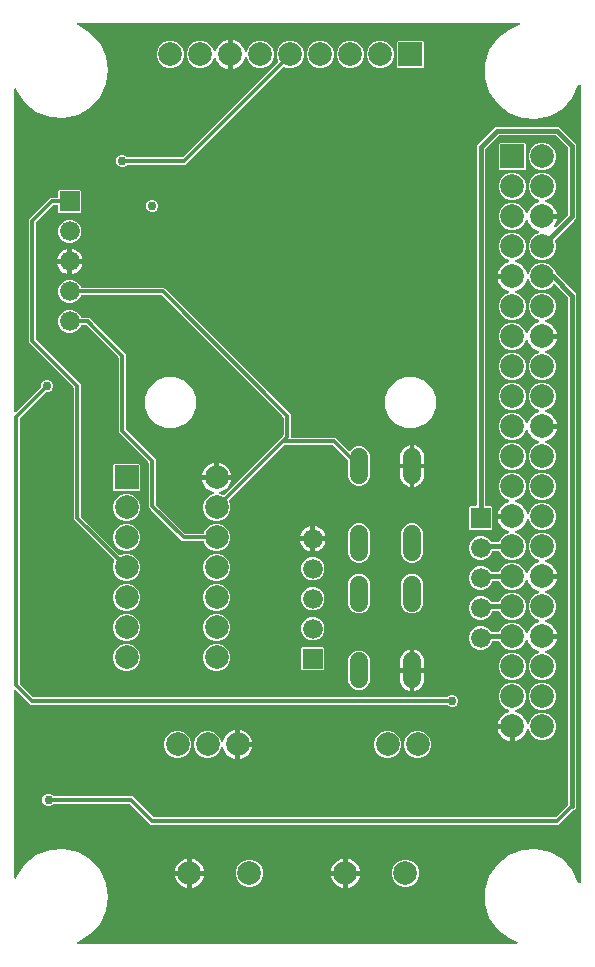
<source format=gbr>
G04 EAGLE Gerber RS-274X export*
G75*
%MOMM*%
%FSLAX34Y34*%
%LPD*%
%INBottom Copper*%
%IPPOS*%
%AMOC8*
5,1,8,0,0,1.08239X$1,22.5*%
G01*
%ADD10C,2.000000*%
%ADD11C,1.524000*%
%ADD12R,1.676400X1.676400*%
%ADD13C,1.676400*%
%ADD14R,2.000000X2.000000*%
%ADD15C,0.756400*%
%ADD16C,0.300000*%
%ADD17C,0.200000*%
%ADD18C,0.400000*%

G36*
X435555Y10174D02*
X435555Y10174D01*
X435651Y10179D01*
X435694Y10194D01*
X435739Y10201D01*
X435827Y10240D01*
X435918Y10272D01*
X435955Y10298D01*
X435996Y10317D01*
X436069Y10379D01*
X436148Y10435D01*
X436176Y10471D01*
X436211Y10500D01*
X436263Y10581D01*
X436323Y10656D01*
X436340Y10698D01*
X436365Y10736D01*
X436393Y10828D01*
X436429Y10917D01*
X436434Y10962D01*
X436447Y11006D01*
X436449Y11102D01*
X436459Y11197D01*
X436451Y11242D01*
X436451Y11288D01*
X436426Y11380D01*
X436408Y11475D01*
X436388Y11516D01*
X436376Y11560D01*
X436326Y11641D01*
X436283Y11727D01*
X436252Y11761D01*
X436228Y11800D01*
X436157Y11864D01*
X436091Y11935D01*
X436055Y11956D01*
X436019Y11989D01*
X435903Y12044D01*
X435825Y12090D01*
X428885Y14814D01*
X419416Y22365D01*
X412594Y32372D01*
X409024Y43944D01*
X409024Y56056D01*
X412594Y67628D01*
X419417Y77635D01*
X428885Y85186D01*
X440159Y89611D01*
X452236Y90516D01*
X464044Y87821D01*
X474532Y81765D01*
X482770Y72887D01*
X487940Y62152D01*
X487973Y62103D01*
X487997Y62049D01*
X488051Y61986D01*
X488097Y61917D01*
X488142Y61879D01*
X488180Y61835D01*
X488249Y61789D01*
X488313Y61736D01*
X488367Y61712D01*
X488416Y61680D01*
X488495Y61656D01*
X488571Y61623D01*
X488630Y61615D01*
X488686Y61598D01*
X488769Y61597D01*
X488851Y61586D01*
X488909Y61595D01*
X488968Y61594D01*
X489048Y61616D01*
X489130Y61629D01*
X489183Y61654D01*
X489240Y61669D01*
X489310Y61713D01*
X489385Y61748D01*
X489429Y61786D01*
X489480Y61817D01*
X489535Y61879D01*
X489597Y61933D01*
X489629Y61983D01*
X489669Y62027D01*
X489705Y62101D01*
X489749Y62171D01*
X489766Y62228D01*
X489792Y62280D01*
X489803Y62354D01*
X489829Y62442D01*
X489829Y62520D01*
X489839Y62585D01*
X489839Y736615D01*
X489831Y736673D01*
X489832Y736732D01*
X489811Y736812D01*
X489799Y736894D01*
X489775Y736948D01*
X489760Y737005D01*
X489717Y737076D01*
X489683Y737151D01*
X489645Y737196D01*
X489615Y737246D01*
X489554Y737302D01*
X489500Y737365D01*
X489451Y737398D01*
X489407Y737438D01*
X489333Y737474D01*
X489264Y737520D01*
X489208Y737537D01*
X489155Y737563D01*
X489073Y737578D01*
X488994Y737602D01*
X488935Y737603D01*
X488877Y737613D01*
X488795Y737605D01*
X488712Y737606D01*
X488655Y737590D01*
X488597Y737584D01*
X488520Y737553D01*
X488440Y737531D01*
X488390Y737500D01*
X488336Y737478D01*
X488271Y737426D01*
X488200Y737383D01*
X488161Y737339D01*
X488115Y737302D01*
X488072Y737241D01*
X488011Y737173D01*
X487977Y737103D01*
X487940Y737048D01*
X482770Y726313D01*
X474532Y717435D01*
X464044Y711379D01*
X452236Y708684D01*
X440159Y709589D01*
X428885Y714014D01*
X419417Y721565D01*
X412594Y731572D01*
X409024Y743144D01*
X409024Y755256D01*
X412594Y766828D01*
X419417Y776835D01*
X428885Y784386D01*
X437864Y787910D01*
X437947Y787957D01*
X438035Y787997D01*
X438069Y788026D01*
X438109Y788049D01*
X438176Y788118D01*
X438249Y788180D01*
X438274Y788218D01*
X438306Y788251D01*
X438351Y788336D01*
X438403Y788416D01*
X438417Y788460D01*
X438438Y788500D01*
X438458Y788594D01*
X438486Y788686D01*
X438486Y788731D01*
X438496Y788776D01*
X438488Y788872D01*
X438490Y788968D01*
X438477Y789012D01*
X438474Y789057D01*
X438440Y789147D01*
X438414Y789240D01*
X438390Y789279D01*
X438374Y789321D01*
X438317Y789398D01*
X438266Y789480D01*
X438232Y789510D01*
X438205Y789547D01*
X438128Y789604D01*
X438057Y789669D01*
X438016Y789689D01*
X437979Y789716D01*
X437890Y789750D01*
X437803Y789792D01*
X437761Y789798D01*
X437716Y789815D01*
X437588Y789825D01*
X437499Y789839D01*
X64069Y789839D01*
X64040Y789835D01*
X64010Y789838D01*
X63900Y789815D01*
X63790Y789799D01*
X63763Y789787D01*
X63734Y789781D01*
X63635Y789729D01*
X63533Y789683D01*
X63510Y789664D01*
X63484Y789650D01*
X63404Y789573D01*
X63319Y789500D01*
X63302Y789475D01*
X63281Y789455D01*
X63225Y789358D01*
X63164Y789264D01*
X63155Y789236D01*
X63141Y789210D01*
X63114Y789101D01*
X63082Y788994D01*
X63081Y788965D01*
X63074Y788936D01*
X63079Y788824D01*
X63078Y788712D01*
X63086Y788684D01*
X63087Y788654D01*
X63123Y788549D01*
X63153Y788440D01*
X63169Y788415D01*
X63178Y788387D01*
X63242Y788296D01*
X63301Y788200D01*
X63323Y788181D01*
X63340Y788156D01*
X63428Y788086D01*
X63511Y788011D01*
X63537Y787998D01*
X63560Y787980D01*
X63645Y787946D01*
X63764Y787888D01*
X63807Y787882D01*
X63847Y787866D01*
X64044Y787821D01*
X74532Y781765D01*
X82770Y772887D01*
X88024Y761976D01*
X89829Y750000D01*
X88024Y738024D01*
X82770Y727113D01*
X74532Y718235D01*
X64044Y712179D01*
X52236Y709484D01*
X40159Y710389D01*
X28885Y714814D01*
X19417Y722365D01*
X12594Y732372D01*
X12115Y733925D01*
X12092Y733974D01*
X12080Y734017D01*
X12046Y734072D01*
X12003Y734167D01*
X11998Y734173D01*
X11995Y734181D01*
X11944Y734238D01*
X11932Y734257D01*
X11906Y734281D01*
X11820Y734381D01*
X11813Y734386D01*
X11808Y734392D01*
X11725Y734444D01*
X11722Y734446D01*
X11718Y734449D01*
X11696Y734462D01*
X11584Y734536D01*
X11576Y734538D01*
X11569Y734542D01*
X11442Y734579D01*
X11314Y734618D01*
X11306Y734618D01*
X11298Y734621D01*
X11165Y734620D01*
X11032Y734622D01*
X11024Y734620D01*
X11016Y734620D01*
X10889Y734582D01*
X10760Y734547D01*
X10753Y734542D01*
X10746Y734540D01*
X10634Y734469D01*
X10520Y734399D01*
X10515Y734393D01*
X10508Y734388D01*
X10420Y734288D01*
X10416Y734283D01*
X10410Y734278D01*
X10406Y734272D01*
X10331Y734189D01*
X10328Y734182D01*
X10322Y734176D01*
X10272Y734067D01*
X10255Y734042D01*
X10247Y734016D01*
X10208Y733936D01*
X10207Y733928D01*
X10204Y733920D01*
X10189Y733825D01*
X10173Y733772D01*
X10172Y733714D01*
X10161Y733641D01*
X10162Y733636D01*
X10161Y733631D01*
X10161Y461351D01*
X10165Y461319D01*
X10163Y461287D01*
X10185Y461180D01*
X10201Y461072D01*
X10214Y461042D01*
X10220Y461011D01*
X10272Y460914D01*
X10317Y460815D01*
X10338Y460790D01*
X10353Y460762D01*
X10429Y460683D01*
X10500Y460600D01*
X10527Y460583D01*
X10550Y460560D01*
X10645Y460506D01*
X10736Y460446D01*
X10767Y460436D01*
X10795Y460421D01*
X10902Y460395D01*
X11006Y460363D01*
X11038Y460363D01*
X11069Y460356D01*
X11179Y460361D01*
X11288Y460360D01*
X11319Y460368D01*
X11351Y460370D01*
X11454Y460406D01*
X11560Y460435D01*
X11587Y460452D01*
X11618Y460462D01*
X11691Y460516D01*
X11800Y460583D01*
X11832Y460619D01*
X11867Y460644D01*
X32501Y481278D01*
X32558Y481355D01*
X32623Y481426D01*
X32643Y481467D01*
X32670Y481504D01*
X32704Y481594D01*
X32746Y481680D01*
X32752Y481722D01*
X32769Y481768D01*
X32779Y481895D01*
X32793Y481985D01*
X32793Y483656D01*
X33601Y485606D01*
X35094Y487099D01*
X37044Y487907D01*
X39156Y487907D01*
X41106Y487099D01*
X42599Y485606D01*
X43407Y483656D01*
X43407Y481544D01*
X42599Y479594D01*
X41106Y478101D01*
X39156Y477293D01*
X37485Y477293D01*
X37390Y477280D01*
X37294Y477275D01*
X37251Y477260D01*
X37206Y477253D01*
X37118Y477214D01*
X37027Y477182D01*
X36993Y477157D01*
X36949Y477137D01*
X36851Y477054D01*
X36778Y477001D01*
X14977Y455200D01*
X14920Y455123D01*
X14855Y455052D01*
X14835Y455011D01*
X14808Y454974D01*
X14774Y454884D01*
X14732Y454798D01*
X14726Y454756D01*
X14709Y454710D01*
X14699Y454583D01*
X14685Y454493D01*
X14685Y231307D01*
X14698Y231212D01*
X14703Y231116D01*
X14718Y231073D01*
X14725Y231028D01*
X14764Y230940D01*
X14796Y230849D01*
X14821Y230815D01*
X14841Y230771D01*
X14924Y230673D01*
X14977Y230600D01*
X26360Y219217D01*
X26437Y219160D01*
X26508Y219095D01*
X26549Y219075D01*
X26586Y219048D01*
X26676Y219014D01*
X26762Y218972D01*
X26804Y218966D01*
X26850Y218949D01*
X26977Y218939D01*
X27067Y218925D01*
X376106Y218925D01*
X376201Y218938D01*
X376297Y218943D01*
X376340Y218958D01*
X376385Y218965D01*
X376473Y219004D01*
X376564Y219036D01*
X376598Y219061D01*
X376642Y219081D01*
X376739Y219164D01*
X376813Y219217D01*
X377994Y220399D01*
X379944Y221207D01*
X382056Y221207D01*
X384006Y220399D01*
X385499Y218906D01*
X386307Y216956D01*
X386307Y214844D01*
X385499Y212894D01*
X384006Y211401D01*
X382056Y210593D01*
X379944Y210593D01*
X377994Y211401D01*
X376813Y212583D01*
X376736Y212640D01*
X376664Y212705D01*
X376623Y212725D01*
X376587Y212752D01*
X376497Y212786D01*
X376411Y212828D01*
X376369Y212834D01*
X376323Y212851D01*
X376196Y212861D01*
X376106Y212875D01*
X24147Y212875D01*
X22083Y214940D01*
X11867Y225156D01*
X11841Y225175D01*
X11820Y225200D01*
X11728Y225260D01*
X11641Y225325D01*
X11611Y225337D01*
X11584Y225354D01*
X11479Y225386D01*
X11377Y225425D01*
X11345Y225427D01*
X11314Y225437D01*
X11205Y225438D01*
X11096Y225446D01*
X11064Y225440D01*
X11032Y225440D01*
X10927Y225411D01*
X10820Y225389D01*
X10791Y225374D01*
X10760Y225365D01*
X10667Y225308D01*
X10571Y225256D01*
X10548Y225234D01*
X10520Y225217D01*
X10447Y225136D01*
X10369Y225060D01*
X10353Y225032D01*
X10331Y225008D01*
X10284Y224909D01*
X10230Y224814D01*
X10222Y224783D01*
X10208Y224754D01*
X10194Y224665D01*
X10165Y224540D01*
X10167Y224491D01*
X10161Y224449D01*
X10161Y66369D01*
X10180Y66237D01*
X10196Y66105D01*
X10199Y66098D01*
X10201Y66090D01*
X10256Y65968D01*
X10308Y65846D01*
X10313Y65840D01*
X10317Y65833D01*
X10403Y65732D01*
X10488Y65629D01*
X10495Y65625D01*
X10500Y65619D01*
X10612Y65546D01*
X10722Y65471D01*
X10729Y65469D01*
X10736Y65464D01*
X10864Y65425D01*
X10990Y65384D01*
X10998Y65384D01*
X11006Y65382D01*
X11138Y65380D01*
X11272Y65376D01*
X11280Y65378D01*
X11288Y65378D01*
X11416Y65413D01*
X11545Y65447D01*
X11552Y65451D01*
X11560Y65453D01*
X11673Y65523D01*
X11787Y65591D01*
X11793Y65597D01*
X11800Y65601D01*
X11889Y65700D01*
X11980Y65798D01*
X11983Y65804D01*
X11989Y65811D01*
X12112Y66064D01*
X12112Y66070D01*
X12115Y66075D01*
X12594Y67628D01*
X19417Y77635D01*
X28885Y85186D01*
X40159Y89611D01*
X52236Y90516D01*
X64044Y87821D01*
X74532Y81765D01*
X82770Y72887D01*
X88024Y61976D01*
X89829Y50000D01*
X88024Y38024D01*
X82770Y27113D01*
X74532Y18235D01*
X64044Y12179D01*
X63847Y12134D01*
X63819Y12124D01*
X63790Y12119D01*
X63688Y12073D01*
X63583Y12033D01*
X63560Y12015D01*
X63533Y12003D01*
X63448Y11930D01*
X63359Y11863D01*
X63341Y11839D01*
X63319Y11820D01*
X63257Y11726D01*
X63191Y11636D01*
X63180Y11609D01*
X63164Y11584D01*
X63131Y11477D01*
X63092Y11372D01*
X63090Y11342D01*
X63082Y11314D01*
X63080Y11202D01*
X63072Y11091D01*
X63078Y11062D01*
X63078Y11032D01*
X63108Y10924D01*
X63131Y10815D01*
X63145Y10789D01*
X63153Y10760D01*
X63212Y10665D01*
X63265Y10567D01*
X63286Y10546D01*
X63301Y10520D01*
X63385Y10445D01*
X63463Y10366D01*
X63489Y10351D01*
X63511Y10331D01*
X63612Y10282D01*
X63709Y10228D01*
X63738Y10221D01*
X63764Y10208D01*
X63855Y10194D01*
X63984Y10164D01*
X64027Y10167D01*
X64069Y10161D01*
X435460Y10161D01*
X435555Y10174D01*
G37*
%LPC*%
G36*
X125747Y111275D02*
X125747Y111275D01*
X108260Y128763D01*
X108183Y128820D01*
X108112Y128885D01*
X108071Y128905D01*
X108034Y128932D01*
X107944Y128966D01*
X107858Y129008D01*
X107816Y129014D01*
X107770Y129031D01*
X107643Y129041D01*
X107553Y129055D01*
X44264Y129055D01*
X44169Y129042D01*
X44073Y129037D01*
X44030Y129022D01*
X43985Y129015D01*
X43897Y128976D01*
X43806Y128944D01*
X43772Y128919D01*
X43728Y128899D01*
X43631Y128816D01*
X43557Y128763D01*
X42376Y127581D01*
X40426Y126773D01*
X38314Y126773D01*
X36364Y127581D01*
X34871Y129074D01*
X34063Y131024D01*
X34063Y133136D01*
X34871Y135086D01*
X36364Y136579D01*
X38314Y137387D01*
X40426Y137387D01*
X42376Y136579D01*
X43557Y135397D01*
X43634Y135340D01*
X43706Y135275D01*
X43747Y135255D01*
X43783Y135228D01*
X43873Y135194D01*
X43959Y135152D01*
X44001Y135146D01*
X44047Y135129D01*
X44175Y135119D01*
X44264Y135105D01*
X110473Y135105D01*
X127960Y117617D01*
X128037Y117560D01*
X128108Y117495D01*
X128149Y117475D01*
X128186Y117448D01*
X128276Y117414D01*
X128362Y117372D01*
X128404Y117366D01*
X128450Y117349D01*
X128577Y117339D01*
X128667Y117325D01*
X468233Y117325D01*
X468328Y117338D01*
X468424Y117343D01*
X468467Y117358D01*
X468512Y117365D01*
X468600Y117404D01*
X468691Y117436D01*
X468725Y117461D01*
X468769Y117481D01*
X468867Y117564D01*
X468940Y117617D01*
X478783Y127460D01*
X478840Y127537D01*
X478905Y127608D01*
X478925Y127649D01*
X478952Y127686D01*
X478986Y127776D01*
X479028Y127862D01*
X479034Y127904D01*
X479051Y127950D01*
X479061Y128077D01*
X479075Y128167D01*
X479075Y556926D01*
X479062Y557021D01*
X479057Y557117D01*
X479042Y557160D01*
X479035Y557205D01*
X478996Y557293D01*
X478964Y557384D01*
X478939Y557418D01*
X478919Y557462D01*
X478836Y557560D01*
X478783Y557633D01*
X468008Y568407D01*
X467957Y568445D01*
X467912Y568491D01*
X467845Y568530D01*
X467783Y568576D01*
X467723Y568599D01*
X467667Y568631D01*
X467591Y568648D01*
X467519Y568676D01*
X467455Y568681D01*
X467392Y568695D01*
X467315Y568692D01*
X467238Y568697D01*
X467175Y568684D01*
X467111Y568681D01*
X467037Y568656D01*
X466962Y568640D01*
X466905Y568610D01*
X466844Y568589D01*
X466788Y568547D01*
X466713Y568507D01*
X466652Y568448D01*
X466595Y568407D01*
X463728Y565540D01*
X459492Y563785D01*
X454908Y563785D01*
X450672Y565540D01*
X447430Y568782D01*
X445908Y572455D01*
X445872Y572517D01*
X445844Y572583D01*
X445800Y572638D01*
X445765Y572698D01*
X445713Y572747D01*
X445668Y572803D01*
X445610Y572843D01*
X445559Y572891D01*
X445495Y572923D01*
X445437Y572964D01*
X445370Y572987D01*
X445307Y573019D01*
X445237Y573032D01*
X445170Y573055D01*
X445099Y573058D01*
X445030Y573071D01*
X444959Y573064D01*
X444888Y573067D01*
X444819Y573051D01*
X444750Y573044D01*
X444683Y573018D01*
X444614Y573001D01*
X444553Y572966D01*
X444488Y572940D01*
X444431Y572896D01*
X444369Y572860D01*
X444321Y572809D01*
X444265Y572766D01*
X444224Y572708D01*
X444174Y572657D01*
X444145Y572599D01*
X444100Y572537D01*
X444069Y572449D01*
X444035Y572382D01*
X443422Y570496D01*
X442526Y568737D01*
X441365Y567140D01*
X439970Y565745D01*
X438373Y564584D01*
X436614Y563688D01*
X434728Y563075D01*
X434664Y563044D01*
X434596Y563022D01*
X434538Y562982D01*
X434475Y562951D01*
X434422Y562903D01*
X434363Y562863D01*
X434319Y562809D01*
X434267Y562761D01*
X434229Y562700D01*
X434184Y562645D01*
X434156Y562581D01*
X434119Y562521D01*
X434101Y562452D01*
X434073Y562386D01*
X434064Y562316D01*
X434045Y562248D01*
X434047Y562177D01*
X434038Y562106D01*
X434049Y562037D01*
X434050Y561967D01*
X434072Y561898D01*
X434083Y561828D01*
X434113Y561764D01*
X434134Y561697D01*
X434173Y561638D01*
X434204Y561573D01*
X434251Y561520D01*
X434290Y561462D01*
X434344Y561416D01*
X434391Y561362D01*
X434446Y561329D01*
X434505Y561279D01*
X434590Y561241D01*
X434655Y561202D01*
X438328Y559680D01*
X441570Y556438D01*
X443325Y552202D01*
X443325Y547618D01*
X441570Y543382D01*
X438328Y540140D01*
X434092Y538385D01*
X429508Y538385D01*
X425272Y540140D01*
X422030Y543382D01*
X420275Y547618D01*
X420275Y552202D01*
X422030Y556438D01*
X425272Y559680D01*
X428945Y561202D01*
X429007Y561238D01*
X429073Y561266D01*
X429128Y561310D01*
X429188Y561345D01*
X429237Y561397D01*
X429293Y561442D01*
X429333Y561500D01*
X429381Y561551D01*
X429413Y561615D01*
X429454Y561673D01*
X429477Y561740D01*
X429509Y561803D01*
X429522Y561873D01*
X429545Y561940D01*
X429548Y562011D01*
X429561Y562080D01*
X429554Y562151D01*
X429557Y562222D01*
X429541Y562291D01*
X429534Y562360D01*
X429508Y562427D01*
X429491Y562496D01*
X429456Y562557D01*
X429430Y562622D01*
X429386Y562679D01*
X429350Y562741D01*
X429299Y562789D01*
X429256Y562845D01*
X429198Y562886D01*
X429147Y562936D01*
X429089Y562965D01*
X429027Y563010D01*
X428939Y563041D01*
X428872Y563075D01*
X426986Y563688D01*
X425227Y564584D01*
X423630Y565745D01*
X422235Y567140D01*
X421074Y568737D01*
X420178Y570496D01*
X419568Y572373D01*
X419420Y573311D01*
X430800Y573311D01*
X430863Y573320D01*
X430928Y573319D01*
X431002Y573340D01*
X431079Y573351D01*
X431138Y573377D01*
X431200Y573394D01*
X431266Y573435D01*
X431336Y573467D01*
X431385Y573509D01*
X431440Y573542D01*
X431491Y573600D01*
X431550Y573650D01*
X431586Y573704D01*
X431629Y573752D01*
X431662Y573821D01*
X431705Y573886D01*
X431724Y573948D01*
X431752Y574005D01*
X431762Y574075D01*
X431787Y574156D01*
X431788Y574241D01*
X431799Y574310D01*
X431799Y576310D01*
X431790Y576374D01*
X431791Y576438D01*
X431770Y576513D01*
X431759Y576589D01*
X431733Y576648D01*
X431716Y576710D01*
X431675Y576776D01*
X431643Y576846D01*
X431601Y576895D01*
X431568Y576950D01*
X431510Y577002D01*
X431460Y577060D01*
X431406Y577096D01*
X431358Y577139D01*
X431289Y577172D01*
X431224Y577215D01*
X431162Y577234D01*
X431104Y577262D01*
X431035Y577272D01*
X430954Y577297D01*
X430869Y577298D01*
X430800Y577309D01*
X419420Y577309D01*
X419568Y578247D01*
X420178Y580124D01*
X421074Y581883D01*
X422235Y583480D01*
X423630Y584875D01*
X425227Y586036D01*
X426986Y586932D01*
X428872Y587545D01*
X428936Y587576D01*
X429004Y587598D01*
X429062Y587638D01*
X429125Y587669D01*
X429178Y587717D01*
X429237Y587757D01*
X429281Y587811D01*
X429333Y587859D01*
X429371Y587920D01*
X429416Y587975D01*
X429444Y588039D01*
X429481Y588099D01*
X429499Y588168D01*
X429527Y588234D01*
X429536Y588304D01*
X429555Y588372D01*
X429553Y588443D01*
X429562Y588514D01*
X429551Y588583D01*
X429550Y588653D01*
X429528Y588722D01*
X429517Y588792D01*
X429487Y588856D01*
X429466Y588923D01*
X429427Y588982D01*
X429396Y589047D01*
X429349Y589100D01*
X429310Y589158D01*
X429256Y589204D01*
X429209Y589258D01*
X429154Y589291D01*
X429095Y589341D01*
X429010Y589379D01*
X428945Y589418D01*
X425272Y590940D01*
X422030Y594182D01*
X420275Y598418D01*
X420275Y603002D01*
X422030Y607238D01*
X425272Y610480D01*
X429508Y612235D01*
X434092Y612235D01*
X438328Y610480D01*
X441570Y607238D01*
X443325Y603002D01*
X443325Y598418D01*
X441570Y594182D01*
X438328Y590940D01*
X434655Y589418D01*
X434593Y589382D01*
X434527Y589354D01*
X434472Y589310D01*
X434412Y589275D01*
X434363Y589223D01*
X434307Y589178D01*
X434267Y589120D01*
X434219Y589069D01*
X434187Y589005D01*
X434146Y588947D01*
X434123Y588880D01*
X434091Y588817D01*
X434078Y588747D01*
X434055Y588680D01*
X434052Y588609D01*
X434039Y588540D01*
X434046Y588469D01*
X434043Y588398D01*
X434059Y588329D01*
X434066Y588260D01*
X434092Y588193D01*
X434109Y588124D01*
X434144Y588063D01*
X434170Y587998D01*
X434214Y587941D01*
X434250Y587879D01*
X434301Y587831D01*
X434344Y587775D01*
X434402Y587734D01*
X434453Y587684D01*
X434511Y587655D01*
X434573Y587610D01*
X434661Y587579D01*
X434728Y587545D01*
X436614Y586932D01*
X438373Y586036D01*
X439970Y584875D01*
X441365Y583480D01*
X442526Y581883D01*
X443422Y580124D01*
X444035Y578238D01*
X444066Y578174D01*
X444088Y578106D01*
X444128Y578048D01*
X444159Y577985D01*
X444207Y577932D01*
X444247Y577873D01*
X444301Y577829D01*
X444349Y577777D01*
X444410Y577739D01*
X444465Y577694D01*
X444529Y577666D01*
X444589Y577629D01*
X444658Y577611D01*
X444724Y577583D01*
X444794Y577574D01*
X444862Y577555D01*
X444933Y577557D01*
X445004Y577548D01*
X445073Y577559D01*
X445143Y577560D01*
X445212Y577582D01*
X445282Y577593D01*
X445346Y577623D01*
X445413Y577644D01*
X445472Y577683D01*
X445537Y577714D01*
X445590Y577761D01*
X445648Y577800D01*
X445694Y577854D01*
X445748Y577901D01*
X445781Y577956D01*
X445831Y578015D01*
X445869Y578100D01*
X445908Y578165D01*
X447430Y581838D01*
X450672Y585080D01*
X454908Y586835D01*
X459492Y586835D01*
X463728Y585080D01*
X466970Y581838D01*
X468608Y577884D01*
X468629Y577848D01*
X468643Y577809D01*
X468694Y577740D01*
X468752Y577642D01*
X468795Y577601D01*
X468825Y577560D01*
X483767Y562617D01*
X486125Y560260D01*
X486125Y125540D01*
X484060Y123475D01*
X483767Y123475D01*
X483672Y123462D01*
X483576Y123457D01*
X483533Y123442D01*
X483488Y123435D01*
X483400Y123396D01*
X483309Y123364D01*
X483275Y123339D01*
X483231Y123319D01*
X483133Y123236D01*
X483060Y123183D01*
X471153Y111275D01*
X125747Y111275D01*
G37*
%LPD*%
%LPC*%
G36*
X396116Y360933D02*
X396116Y360933D01*
X395223Y361826D01*
X395223Y379854D01*
X396116Y380747D01*
X400606Y380747D01*
X400670Y380756D01*
X400734Y380755D01*
X400809Y380776D01*
X400885Y380787D01*
X400944Y380813D01*
X401006Y380830D01*
X401072Y380871D01*
X401142Y380903D01*
X401191Y380945D01*
X401246Y380978D01*
X401298Y381036D01*
X401356Y381086D01*
X401392Y381140D01*
X401435Y381188D01*
X401468Y381257D01*
X401511Y381322D01*
X401530Y381384D01*
X401558Y381441D01*
X401569Y381511D01*
X401593Y381592D01*
X401594Y381677D01*
X401605Y381746D01*
X401605Y685990D01*
X417640Y702025D01*
X471360Y702025D01*
X486125Y687260D01*
X486125Y624650D01*
X483767Y622293D01*
X467953Y606478D01*
X467947Y606471D01*
X467940Y606465D01*
X467862Y606358D01*
X467783Y606252D01*
X467780Y606244D01*
X467775Y606236D01*
X467731Y606112D01*
X467684Y605989D01*
X467683Y605979D01*
X467680Y605970D01*
X467672Y605839D01*
X467662Y605707D01*
X467664Y605698D01*
X467664Y605689D01*
X467682Y605613D01*
X467720Y605431D01*
X467731Y605410D01*
X467736Y605389D01*
X468725Y603002D01*
X468725Y598418D01*
X466970Y594182D01*
X463728Y590940D01*
X459492Y589185D01*
X454908Y589185D01*
X450672Y590940D01*
X447430Y594182D01*
X445675Y598418D01*
X445675Y603002D01*
X447430Y607238D01*
X450672Y610480D01*
X454345Y612002D01*
X454407Y612038D01*
X454473Y612066D01*
X454528Y612110D01*
X454588Y612145D01*
X454637Y612198D01*
X454693Y612242D01*
X454733Y612300D01*
X454781Y612351D01*
X454813Y612415D01*
X454854Y612473D01*
X454877Y612540D01*
X454909Y612603D01*
X454922Y612673D01*
X454945Y612740D01*
X454948Y612811D01*
X454961Y612880D01*
X454954Y612951D01*
X454957Y613022D01*
X454941Y613091D01*
X454934Y613160D01*
X454908Y613227D01*
X454891Y613296D01*
X454856Y613357D01*
X454830Y613422D01*
X454786Y613479D01*
X454750Y613541D01*
X454699Y613589D01*
X454656Y613645D01*
X454598Y613686D01*
X454547Y613736D01*
X454489Y613765D01*
X454427Y613810D01*
X454339Y613841D01*
X454272Y613875D01*
X452386Y614488D01*
X450627Y615384D01*
X449030Y616545D01*
X447635Y617940D01*
X446474Y619537D01*
X445578Y621296D01*
X444965Y623182D01*
X444934Y623246D01*
X444912Y623314D01*
X444872Y623372D01*
X444841Y623435D01*
X444793Y623488D01*
X444753Y623547D01*
X444699Y623591D01*
X444651Y623643D01*
X444590Y623681D01*
X444535Y623726D01*
X444471Y623754D01*
X444411Y623791D01*
X444342Y623809D01*
X444276Y623837D01*
X444206Y623846D01*
X444139Y623865D01*
X444067Y623863D01*
X443996Y623872D01*
X443927Y623861D01*
X443857Y623860D01*
X443788Y623838D01*
X443718Y623827D01*
X443654Y623797D01*
X443587Y623776D01*
X443528Y623737D01*
X443463Y623706D01*
X443410Y623659D01*
X443352Y623620D01*
X443306Y623566D01*
X443252Y623519D01*
X443219Y623464D01*
X443169Y623405D01*
X443131Y623320D01*
X443092Y623255D01*
X441570Y619582D01*
X438328Y616340D01*
X434092Y614585D01*
X429508Y614585D01*
X425272Y616340D01*
X422030Y619582D01*
X420275Y623818D01*
X420275Y628402D01*
X422030Y632638D01*
X425272Y635880D01*
X429508Y637635D01*
X434092Y637635D01*
X438328Y635880D01*
X441570Y632638D01*
X443092Y628965D01*
X443128Y628903D01*
X443156Y628837D01*
X443200Y628782D01*
X443235Y628722D01*
X443288Y628673D01*
X443332Y628617D01*
X443390Y628577D01*
X443441Y628529D01*
X443505Y628497D01*
X443563Y628456D01*
X443630Y628433D01*
X443693Y628401D01*
X443763Y628388D01*
X443830Y628365D01*
X443901Y628362D01*
X443970Y628349D01*
X444041Y628356D01*
X444112Y628353D01*
X444181Y628369D01*
X444250Y628376D01*
X444317Y628402D01*
X444386Y628419D01*
X444447Y628454D01*
X444512Y628480D01*
X444569Y628524D01*
X444631Y628560D01*
X444679Y628611D01*
X444735Y628654D01*
X444776Y628712D01*
X444826Y628763D01*
X444855Y628821D01*
X444900Y628883D01*
X444931Y628971D01*
X444965Y629038D01*
X445578Y630924D01*
X446474Y632683D01*
X447635Y634280D01*
X449030Y635675D01*
X450627Y636836D01*
X452386Y637732D01*
X454272Y638345D01*
X454336Y638376D01*
X454404Y638398D01*
X454462Y638438D01*
X454525Y638469D01*
X454578Y638517D01*
X454637Y638557D01*
X454681Y638611D01*
X454733Y638659D01*
X454771Y638720D01*
X454816Y638775D01*
X454844Y638839D01*
X454881Y638899D01*
X454899Y638968D01*
X454927Y639034D01*
X454936Y639104D01*
X454955Y639171D01*
X454953Y639243D01*
X454962Y639314D01*
X454951Y639383D01*
X454950Y639453D01*
X454928Y639522D01*
X454917Y639592D01*
X454887Y639656D01*
X454866Y639723D01*
X454827Y639782D01*
X454796Y639847D01*
X454749Y639900D01*
X454710Y639958D01*
X454656Y640004D01*
X454609Y640058D01*
X454554Y640091D01*
X454495Y640141D01*
X454410Y640179D01*
X454345Y640218D01*
X450672Y641740D01*
X447430Y644982D01*
X445675Y649218D01*
X445675Y653802D01*
X447430Y658038D01*
X450672Y661280D01*
X454908Y663035D01*
X459492Y663035D01*
X463728Y661280D01*
X466970Y658038D01*
X468725Y653802D01*
X468725Y649218D01*
X466970Y644982D01*
X463728Y641740D01*
X460055Y640218D01*
X459993Y640182D01*
X459927Y640154D01*
X459872Y640110D01*
X459812Y640075D01*
X459763Y640022D01*
X459707Y639978D01*
X459667Y639920D01*
X459619Y639869D01*
X459587Y639805D01*
X459546Y639747D01*
X459523Y639680D01*
X459491Y639617D01*
X459478Y639547D01*
X459455Y639480D01*
X459452Y639409D01*
X459439Y639340D01*
X459446Y639269D01*
X459443Y639198D01*
X459459Y639129D01*
X459466Y639060D01*
X459492Y638993D01*
X459509Y638924D01*
X459544Y638863D01*
X459570Y638798D01*
X459614Y638741D01*
X459650Y638679D01*
X459701Y638631D01*
X459744Y638575D01*
X459802Y638534D01*
X459853Y638484D01*
X459911Y638455D01*
X459973Y638410D01*
X460061Y638379D01*
X460128Y638345D01*
X462014Y637732D01*
X463773Y636836D01*
X465370Y635675D01*
X466765Y634280D01*
X467926Y632683D01*
X468822Y630924D01*
X469432Y629047D01*
X469580Y628109D01*
X458200Y628109D01*
X458137Y628100D01*
X458072Y628101D01*
X457998Y628080D01*
X457921Y628069D01*
X457862Y628043D01*
X457800Y628026D01*
X457734Y627985D01*
X457664Y627953D01*
X457615Y627911D01*
X457560Y627878D01*
X457509Y627820D01*
X457450Y627770D01*
X457414Y627716D01*
X457371Y627668D01*
X457338Y627599D01*
X457295Y627534D01*
X457276Y627472D01*
X457248Y627415D01*
X457238Y627345D01*
X457213Y627264D01*
X457212Y627179D01*
X457201Y627110D01*
X457201Y625110D01*
X457210Y625046D01*
X457209Y624982D01*
X457230Y624907D01*
X457241Y624831D01*
X457267Y624772D01*
X457284Y624710D01*
X457325Y624644D01*
X457357Y624574D01*
X457399Y624525D01*
X457432Y624470D01*
X457490Y624418D01*
X457540Y624360D01*
X457594Y624324D01*
X457642Y624281D01*
X457711Y624248D01*
X457776Y624205D01*
X457838Y624186D01*
X457896Y624158D01*
X457965Y624147D01*
X458046Y624123D01*
X458131Y624122D01*
X458200Y624111D01*
X469580Y624111D01*
X469432Y623173D01*
X468822Y621296D01*
X467926Y619537D01*
X467108Y618411D01*
X467078Y618356D01*
X467040Y618305D01*
X467013Y618232D01*
X466976Y618162D01*
X466963Y618100D01*
X466941Y618041D01*
X466935Y617963D01*
X466919Y617886D01*
X466924Y617823D01*
X466919Y617760D01*
X466935Y617683D01*
X466941Y617605D01*
X466964Y617546D01*
X466977Y617484D01*
X467014Y617415D01*
X467041Y617341D01*
X467080Y617291D01*
X467109Y617235D01*
X467164Y617179D01*
X467211Y617116D01*
X467262Y617078D01*
X467306Y617033D01*
X467374Y616994D01*
X467437Y616947D01*
X467496Y616925D01*
X467551Y616894D01*
X467628Y616876D01*
X467701Y616848D01*
X467764Y616844D01*
X467826Y616829D01*
X467904Y616833D01*
X467983Y616827D01*
X468044Y616840D01*
X468107Y616843D01*
X468182Y616869D01*
X468259Y616885D01*
X468314Y616915D01*
X468374Y616936D01*
X468431Y616978D01*
X468507Y617018D01*
X468561Y617073D01*
X468623Y617118D01*
X478783Y627277D01*
X478840Y627354D01*
X478905Y627426D01*
X478925Y627466D01*
X478952Y627503D01*
X478986Y627593D01*
X479028Y627679D01*
X479034Y627721D01*
X479051Y627767D01*
X479061Y627894D01*
X479075Y627984D01*
X479075Y683926D01*
X479062Y684021D01*
X479057Y684117D01*
X479042Y684160D01*
X479035Y684205D01*
X478996Y684293D01*
X478964Y684384D01*
X478939Y684418D01*
X478919Y684462D01*
X478836Y684560D01*
X478783Y684633D01*
X468733Y694683D01*
X468656Y694740D01*
X468584Y694805D01*
X468544Y694825D01*
X468507Y694852D01*
X468417Y694886D01*
X468331Y694928D01*
X468289Y694934D01*
X468243Y694951D01*
X468116Y694961D01*
X468026Y694975D01*
X420974Y694975D01*
X420879Y694962D01*
X420783Y694957D01*
X420740Y694942D01*
X420695Y694935D01*
X420607Y694896D01*
X420516Y694864D01*
X420482Y694839D01*
X420438Y694819D01*
X420340Y694736D01*
X420267Y694683D01*
X408947Y683363D01*
X408928Y683337D01*
X408904Y683316D01*
X408869Y683262D01*
X408825Y683214D01*
X408805Y683174D01*
X408778Y683137D01*
X408767Y683107D01*
X408749Y683080D01*
X408730Y683019D01*
X408702Y682961D01*
X408696Y682919D01*
X408679Y682873D01*
X408676Y682841D01*
X408667Y682810D01*
X408666Y682726D01*
X408655Y682656D01*
X408655Y381746D01*
X408664Y381682D01*
X408663Y381618D01*
X408684Y381543D01*
X408695Y381467D01*
X408721Y381408D01*
X408738Y381346D01*
X408779Y381280D01*
X408811Y381210D01*
X408853Y381161D01*
X408886Y381106D01*
X408944Y381054D01*
X408994Y380996D01*
X409048Y380960D01*
X409096Y380917D01*
X409165Y380884D01*
X409230Y380841D01*
X409292Y380822D01*
X409349Y380794D01*
X409419Y380783D01*
X409500Y380759D01*
X409585Y380758D01*
X409654Y380747D01*
X414144Y380747D01*
X415037Y379854D01*
X415037Y361826D01*
X414144Y360933D01*
X396116Y360933D01*
G37*
%LPD*%
%LPC*%
G36*
X454908Y233585D02*
X454908Y233585D01*
X450672Y235340D01*
X447430Y238582D01*
X445675Y242818D01*
X445675Y247402D01*
X447430Y251638D01*
X450672Y254880D01*
X454345Y256402D01*
X454407Y256438D01*
X454473Y256466D01*
X454528Y256510D01*
X454588Y256545D01*
X454637Y256597D01*
X454693Y256642D01*
X454733Y256700D01*
X454781Y256751D01*
X454813Y256815D01*
X454854Y256873D01*
X454877Y256940D01*
X454909Y257003D01*
X454922Y257073D01*
X454945Y257140D01*
X454948Y257211D01*
X454961Y257280D01*
X454954Y257351D01*
X454957Y257422D01*
X454941Y257491D01*
X454934Y257560D01*
X454908Y257627D01*
X454891Y257696D01*
X454856Y257757D01*
X454830Y257822D01*
X454786Y257879D01*
X454750Y257941D01*
X454699Y257989D01*
X454656Y258045D01*
X454598Y258086D01*
X454547Y258136D01*
X454489Y258165D01*
X454427Y258210D01*
X454339Y258241D01*
X454272Y258275D01*
X452386Y258888D01*
X450627Y259784D01*
X449030Y260945D01*
X447635Y262340D01*
X446474Y263937D01*
X445578Y265696D01*
X444965Y267582D01*
X444934Y267646D01*
X444912Y267714D01*
X444872Y267772D01*
X444841Y267835D01*
X444793Y267888D01*
X444753Y267947D01*
X444699Y267991D01*
X444651Y268043D01*
X444590Y268081D01*
X444535Y268126D01*
X444471Y268154D01*
X444411Y268191D01*
X444342Y268209D01*
X444276Y268237D01*
X444206Y268246D01*
X444138Y268265D01*
X444067Y268263D01*
X443996Y268272D01*
X443927Y268261D01*
X443857Y268260D01*
X443788Y268238D01*
X443718Y268227D01*
X443654Y268197D01*
X443587Y268176D01*
X443528Y268137D01*
X443463Y268106D01*
X443410Y268059D01*
X443352Y268020D01*
X443306Y267966D01*
X443252Y267919D01*
X443219Y267864D01*
X443169Y267805D01*
X443131Y267720D01*
X443092Y267655D01*
X441570Y263982D01*
X438328Y260740D01*
X434092Y258985D01*
X429508Y258985D01*
X425272Y260740D01*
X422030Y263982D01*
X421041Y266368D01*
X421036Y266377D01*
X421034Y266386D01*
X420964Y266498D01*
X420898Y266611D01*
X420891Y266618D01*
X420886Y266626D01*
X420788Y266714D01*
X420692Y266804D01*
X420683Y266808D01*
X420676Y266815D01*
X420558Y266872D01*
X420440Y266932D01*
X420431Y266934D01*
X420423Y266938D01*
X420347Y266950D01*
X420163Y266984D01*
X420139Y266982D01*
X420118Y266985D01*
X415587Y266985D01*
X415577Y266984D01*
X415568Y266985D01*
X415438Y266964D01*
X415307Y266945D01*
X415299Y266942D01*
X415290Y266940D01*
X415170Y266883D01*
X415051Y266829D01*
X415043Y266823D01*
X415035Y266819D01*
X414936Y266731D01*
X414836Y266646D01*
X414831Y266638D01*
X414824Y266632D01*
X414784Y266566D01*
X414682Y266410D01*
X414678Y266398D01*
X414675Y266393D01*
X414671Y266381D01*
X414664Y266368D01*
X413528Y263628D01*
X410742Y260842D01*
X407101Y259333D01*
X403159Y259333D01*
X399518Y260842D01*
X396732Y263628D01*
X395223Y267269D01*
X395223Y271211D01*
X396732Y274852D01*
X399518Y277638D01*
X403159Y279147D01*
X407101Y279147D01*
X410742Y277638D01*
X413528Y274852D01*
X413611Y274652D01*
X413616Y274643D01*
X413619Y274634D01*
X413688Y274522D01*
X413755Y274409D01*
X413762Y274402D01*
X413767Y274394D01*
X413865Y274306D01*
X413961Y274216D01*
X413969Y274212D01*
X413976Y274205D01*
X414095Y274148D01*
X414212Y274088D01*
X414222Y274086D01*
X414230Y274082D01*
X414306Y274070D01*
X414489Y274036D01*
X414513Y274038D01*
X414535Y274035D01*
X420118Y274035D01*
X420127Y274036D01*
X420137Y274035D01*
X420267Y274056D01*
X420397Y274075D01*
X420406Y274078D01*
X420415Y274080D01*
X420535Y274137D01*
X420654Y274191D01*
X420661Y274197D01*
X420670Y274201D01*
X420769Y274289D01*
X420868Y274374D01*
X420874Y274382D01*
X420881Y274388D01*
X420921Y274454D01*
X421023Y274610D01*
X421030Y274633D01*
X421041Y274652D01*
X422030Y277038D01*
X425272Y280280D01*
X429508Y282035D01*
X434092Y282035D01*
X438328Y280280D01*
X441570Y277038D01*
X443092Y273365D01*
X443128Y273303D01*
X443156Y273237D01*
X443200Y273182D01*
X443235Y273122D01*
X443287Y273073D01*
X443332Y273017D01*
X443390Y272977D01*
X443441Y272929D01*
X443505Y272897D01*
X443563Y272856D01*
X443630Y272833D01*
X443693Y272801D01*
X443763Y272788D01*
X443830Y272765D01*
X443901Y272762D01*
X443970Y272749D01*
X444041Y272756D01*
X444112Y272753D01*
X444181Y272769D01*
X444250Y272776D01*
X444317Y272802D01*
X444386Y272819D01*
X444447Y272854D01*
X444512Y272880D01*
X444569Y272924D01*
X444631Y272960D01*
X444679Y273011D01*
X444735Y273054D01*
X444776Y273112D01*
X444826Y273163D01*
X444855Y273221D01*
X444900Y273283D01*
X444931Y273371D01*
X444965Y273438D01*
X445578Y275324D01*
X446474Y277083D01*
X447635Y278680D01*
X449030Y280075D01*
X450627Y281236D01*
X452386Y282132D01*
X454272Y282745D01*
X454336Y282776D01*
X454404Y282798D01*
X454462Y282838D01*
X454525Y282869D01*
X454578Y282917D01*
X454637Y282957D01*
X454681Y283011D01*
X454733Y283059D01*
X454771Y283120D01*
X454816Y283175D01*
X454844Y283239D01*
X454881Y283299D01*
X454899Y283368D01*
X454927Y283434D01*
X454936Y283504D01*
X454955Y283572D01*
X454953Y283643D01*
X454962Y283714D01*
X454951Y283783D01*
X454950Y283853D01*
X454928Y283922D01*
X454917Y283992D01*
X454887Y284056D01*
X454866Y284123D01*
X454827Y284182D01*
X454796Y284247D01*
X454749Y284300D01*
X454710Y284358D01*
X454656Y284404D01*
X454609Y284458D01*
X454554Y284491D01*
X454495Y284541D01*
X454410Y284579D01*
X454345Y284618D01*
X450672Y286140D01*
X447430Y289382D01*
X445675Y293618D01*
X445675Y298202D01*
X447430Y302438D01*
X450672Y305680D01*
X454345Y307202D01*
X454407Y307238D01*
X454473Y307266D01*
X454528Y307310D01*
X454588Y307345D01*
X454637Y307397D01*
X454693Y307442D01*
X454733Y307500D01*
X454781Y307551D01*
X454813Y307615D01*
X454854Y307673D01*
X454877Y307740D01*
X454909Y307803D01*
X454922Y307873D01*
X454945Y307940D01*
X454948Y308011D01*
X454961Y308080D01*
X454954Y308151D01*
X454957Y308222D01*
X454941Y308291D01*
X454934Y308360D01*
X454908Y308427D01*
X454891Y308496D01*
X454856Y308557D01*
X454830Y308622D01*
X454786Y308679D01*
X454750Y308741D01*
X454699Y308789D01*
X454656Y308845D01*
X454598Y308886D01*
X454547Y308936D01*
X454489Y308965D01*
X454427Y309010D01*
X454339Y309041D01*
X454272Y309075D01*
X452386Y309688D01*
X450627Y310584D01*
X449030Y311745D01*
X447635Y313140D01*
X446474Y314737D01*
X445578Y316496D01*
X444965Y318382D01*
X444934Y318446D01*
X444912Y318514D01*
X444872Y318572D01*
X444841Y318635D01*
X444793Y318688D01*
X444753Y318747D01*
X444699Y318791D01*
X444651Y318843D01*
X444590Y318881D01*
X444535Y318926D01*
X444471Y318954D01*
X444411Y318991D01*
X444342Y319009D01*
X444276Y319037D01*
X444206Y319046D01*
X444138Y319065D01*
X444067Y319063D01*
X443996Y319072D01*
X443927Y319061D01*
X443857Y319060D01*
X443788Y319038D01*
X443718Y319027D01*
X443654Y318997D01*
X443587Y318976D01*
X443528Y318937D01*
X443463Y318906D01*
X443410Y318859D01*
X443352Y318820D01*
X443306Y318766D01*
X443252Y318719D01*
X443219Y318664D01*
X443169Y318605D01*
X443131Y318520D01*
X443092Y318455D01*
X441570Y314782D01*
X438328Y311540D01*
X434092Y309785D01*
X429508Y309785D01*
X425272Y311540D01*
X422030Y314782D01*
X421041Y317168D01*
X421036Y317177D01*
X421034Y317186D01*
X420964Y317298D01*
X420898Y317411D01*
X420891Y317418D01*
X420886Y317426D01*
X420788Y317514D01*
X420692Y317604D01*
X420683Y317608D01*
X420676Y317615D01*
X420558Y317672D01*
X420440Y317732D01*
X420431Y317734D01*
X420423Y317738D01*
X420347Y317750D01*
X420163Y317784D01*
X420139Y317782D01*
X420118Y317785D01*
X415587Y317785D01*
X415577Y317784D01*
X415568Y317785D01*
X415438Y317764D01*
X415307Y317745D01*
X415299Y317742D01*
X415290Y317740D01*
X415170Y317683D01*
X415051Y317629D01*
X415043Y317623D01*
X415035Y317619D01*
X414936Y317531D01*
X414836Y317446D01*
X414831Y317438D01*
X414824Y317432D01*
X414784Y317366D01*
X414682Y317210D01*
X414675Y317187D01*
X414664Y317168D01*
X413528Y314428D01*
X410742Y311642D01*
X407101Y310133D01*
X403159Y310133D01*
X399518Y311642D01*
X396732Y314428D01*
X395223Y318069D01*
X395223Y322011D01*
X396732Y325652D01*
X399518Y328438D01*
X403159Y329947D01*
X407101Y329947D01*
X410742Y328438D01*
X413528Y325652D01*
X413611Y325452D01*
X413616Y325443D01*
X413619Y325434D01*
X413688Y325322D01*
X413755Y325209D01*
X413762Y325202D01*
X413767Y325194D01*
X413865Y325106D01*
X413961Y325016D01*
X413969Y325012D01*
X413976Y325005D01*
X414095Y324948D01*
X414212Y324888D01*
X414222Y324886D01*
X414230Y324882D01*
X414306Y324870D01*
X414489Y324836D01*
X414513Y324838D01*
X414535Y324835D01*
X420118Y324835D01*
X420127Y324836D01*
X420137Y324835D01*
X420267Y324856D01*
X420397Y324875D01*
X420406Y324878D01*
X420415Y324880D01*
X420535Y324937D01*
X420654Y324991D01*
X420661Y324997D01*
X420670Y325001D01*
X420769Y325089D01*
X420868Y325174D01*
X420874Y325182D01*
X420881Y325188D01*
X420921Y325254D01*
X421023Y325410D01*
X421030Y325433D01*
X421041Y325452D01*
X422030Y327838D01*
X425272Y331080D01*
X429508Y332835D01*
X434092Y332835D01*
X438328Y331080D01*
X441570Y327838D01*
X443092Y324165D01*
X443128Y324103D01*
X443156Y324037D01*
X443200Y323982D01*
X443235Y323922D01*
X443287Y323873D01*
X443332Y323817D01*
X443390Y323777D01*
X443441Y323729D01*
X443505Y323697D01*
X443563Y323656D01*
X443630Y323633D01*
X443693Y323601D01*
X443763Y323588D01*
X443830Y323565D01*
X443901Y323562D01*
X443970Y323549D01*
X444041Y323556D01*
X444112Y323553D01*
X444181Y323569D01*
X444250Y323576D01*
X444317Y323602D01*
X444386Y323619D01*
X444447Y323654D01*
X444512Y323680D01*
X444569Y323724D01*
X444631Y323760D01*
X444679Y323811D01*
X444735Y323854D01*
X444776Y323912D01*
X444826Y323963D01*
X444855Y324021D01*
X444900Y324083D01*
X444931Y324171D01*
X444965Y324238D01*
X445578Y326124D01*
X446474Y327883D01*
X447635Y329480D01*
X449030Y330875D01*
X450627Y332036D01*
X452386Y332932D01*
X454272Y333545D01*
X454336Y333576D01*
X454404Y333598D01*
X454462Y333638D01*
X454525Y333669D01*
X454578Y333717D01*
X454637Y333757D01*
X454681Y333811D01*
X454733Y333859D01*
X454771Y333920D01*
X454816Y333975D01*
X454844Y334039D01*
X454881Y334099D01*
X454899Y334168D01*
X454927Y334234D01*
X454936Y334304D01*
X454955Y334372D01*
X454953Y334443D01*
X454962Y334514D01*
X454951Y334583D01*
X454950Y334653D01*
X454928Y334722D01*
X454917Y334792D01*
X454887Y334856D01*
X454866Y334923D01*
X454827Y334982D01*
X454796Y335047D01*
X454749Y335100D01*
X454710Y335158D01*
X454656Y335204D01*
X454609Y335258D01*
X454554Y335291D01*
X454495Y335341D01*
X454410Y335379D01*
X454345Y335418D01*
X450672Y336940D01*
X447430Y340182D01*
X445675Y344418D01*
X445675Y349002D01*
X447430Y353238D01*
X450672Y356480D01*
X454908Y358235D01*
X459492Y358235D01*
X463728Y356480D01*
X466970Y353238D01*
X468725Y349002D01*
X468725Y344418D01*
X466970Y340182D01*
X463728Y336940D01*
X460055Y335418D01*
X459993Y335382D01*
X459927Y335354D01*
X459872Y335310D01*
X459812Y335275D01*
X459763Y335223D01*
X459707Y335178D01*
X459667Y335120D01*
X459619Y335069D01*
X459587Y335005D01*
X459546Y334947D01*
X459523Y334880D01*
X459491Y334817D01*
X459478Y334747D01*
X459455Y334680D01*
X459452Y334609D01*
X459439Y334540D01*
X459446Y334469D01*
X459443Y334398D01*
X459459Y334329D01*
X459466Y334260D01*
X459492Y334193D01*
X459509Y334124D01*
X459544Y334063D01*
X459570Y333998D01*
X459614Y333941D01*
X459650Y333879D01*
X459701Y333831D01*
X459744Y333775D01*
X459802Y333734D01*
X459853Y333684D01*
X459911Y333655D01*
X459973Y333610D01*
X460061Y333579D01*
X460128Y333545D01*
X462014Y332932D01*
X463773Y332036D01*
X465370Y330875D01*
X466765Y329480D01*
X467926Y327883D01*
X468822Y326124D01*
X469432Y324247D01*
X469580Y323309D01*
X458200Y323309D01*
X458137Y323300D01*
X458072Y323301D01*
X457998Y323280D01*
X457921Y323269D01*
X457862Y323243D01*
X457800Y323226D01*
X457734Y323185D01*
X457664Y323153D01*
X457615Y323111D01*
X457560Y323078D01*
X457509Y323020D01*
X457450Y322970D01*
X457414Y322916D01*
X457371Y322868D01*
X457338Y322799D01*
X457295Y322734D01*
X457276Y322672D01*
X457248Y322615D01*
X457238Y322545D01*
X457213Y322464D01*
X457212Y322379D01*
X457201Y322310D01*
X457201Y320310D01*
X457210Y320246D01*
X457209Y320182D01*
X457230Y320107D01*
X457241Y320031D01*
X457267Y319972D01*
X457284Y319910D01*
X457325Y319844D01*
X457357Y319774D01*
X457399Y319725D01*
X457432Y319670D01*
X457490Y319618D01*
X457540Y319560D01*
X457594Y319524D01*
X457642Y319481D01*
X457711Y319448D01*
X457776Y319405D01*
X457838Y319386D01*
X457896Y319358D01*
X457965Y319347D01*
X458046Y319323D01*
X458131Y319322D01*
X458200Y319311D01*
X469580Y319311D01*
X469432Y318373D01*
X468822Y316496D01*
X467926Y314737D01*
X466765Y313140D01*
X465370Y311745D01*
X463773Y310584D01*
X462014Y309688D01*
X460128Y309075D01*
X460064Y309044D01*
X459996Y309022D01*
X459938Y308982D01*
X459875Y308951D01*
X459822Y308903D01*
X459763Y308863D01*
X459719Y308809D01*
X459667Y308761D01*
X459629Y308700D01*
X459584Y308645D01*
X459556Y308581D01*
X459519Y308521D01*
X459501Y308452D01*
X459473Y308386D01*
X459464Y308316D01*
X459445Y308248D01*
X459447Y308177D01*
X459438Y308106D01*
X459449Y308037D01*
X459450Y307967D01*
X459472Y307898D01*
X459483Y307828D01*
X459513Y307764D01*
X459534Y307697D01*
X459573Y307638D01*
X459604Y307573D01*
X459651Y307520D01*
X459690Y307462D01*
X459744Y307416D01*
X459791Y307362D01*
X459846Y307329D01*
X459905Y307279D01*
X459990Y307241D01*
X460055Y307202D01*
X463728Y305680D01*
X466970Y302438D01*
X468725Y298202D01*
X468725Y293618D01*
X466970Y289382D01*
X463728Y286140D01*
X460055Y284618D01*
X459993Y284582D01*
X459927Y284554D01*
X459872Y284510D01*
X459812Y284475D01*
X459763Y284423D01*
X459707Y284378D01*
X459667Y284320D01*
X459619Y284269D01*
X459587Y284205D01*
X459546Y284147D01*
X459523Y284080D01*
X459491Y284017D01*
X459478Y283947D01*
X459455Y283880D01*
X459452Y283809D01*
X459439Y283740D01*
X459446Y283669D01*
X459443Y283598D01*
X459459Y283529D01*
X459466Y283460D01*
X459492Y283393D01*
X459509Y283324D01*
X459544Y283263D01*
X459570Y283198D01*
X459614Y283141D01*
X459650Y283079D01*
X459701Y283031D01*
X459744Y282975D01*
X459802Y282934D01*
X459853Y282884D01*
X459911Y282855D01*
X459973Y282810D01*
X460061Y282779D01*
X460128Y282745D01*
X462014Y282132D01*
X463773Y281236D01*
X465370Y280075D01*
X466765Y278680D01*
X467926Y277083D01*
X468822Y275324D01*
X469432Y273447D01*
X469580Y272509D01*
X458200Y272509D01*
X458137Y272500D01*
X458072Y272501D01*
X457998Y272480D01*
X457921Y272469D01*
X457862Y272443D01*
X457800Y272426D01*
X457734Y272385D01*
X457664Y272353D01*
X457615Y272311D01*
X457560Y272278D01*
X457509Y272220D01*
X457450Y272170D01*
X457414Y272116D01*
X457371Y272068D01*
X457338Y271999D01*
X457295Y271934D01*
X457276Y271872D01*
X457248Y271815D01*
X457238Y271745D01*
X457213Y271664D01*
X457212Y271579D01*
X457201Y271510D01*
X457201Y269510D01*
X457210Y269446D01*
X457209Y269382D01*
X457230Y269307D01*
X457241Y269231D01*
X457267Y269172D01*
X457284Y269110D01*
X457325Y269044D01*
X457357Y268974D01*
X457399Y268925D01*
X457432Y268870D01*
X457490Y268818D01*
X457540Y268760D01*
X457594Y268724D01*
X457642Y268681D01*
X457711Y268648D01*
X457776Y268605D01*
X457838Y268586D01*
X457896Y268558D01*
X457965Y268547D01*
X458046Y268523D01*
X458131Y268522D01*
X458200Y268511D01*
X469580Y268511D01*
X469432Y267573D01*
X468822Y265696D01*
X467926Y263937D01*
X466765Y262340D01*
X465370Y260945D01*
X463773Y259784D01*
X462014Y258888D01*
X460128Y258275D01*
X460064Y258244D01*
X459996Y258222D01*
X459938Y258182D01*
X459875Y258151D01*
X459822Y258103D01*
X459763Y258063D01*
X459719Y258009D01*
X459667Y257961D01*
X459629Y257900D01*
X459584Y257845D01*
X459556Y257781D01*
X459519Y257721D01*
X459501Y257652D01*
X459473Y257586D01*
X459464Y257516D01*
X459445Y257448D01*
X459447Y257377D01*
X459438Y257306D01*
X459449Y257237D01*
X459450Y257167D01*
X459472Y257098D01*
X459483Y257028D01*
X459513Y256964D01*
X459534Y256897D01*
X459573Y256838D01*
X459604Y256773D01*
X459651Y256720D01*
X459690Y256662D01*
X459744Y256616D01*
X459791Y256562D01*
X459846Y256529D01*
X459905Y256479D01*
X459990Y256441D01*
X460055Y256402D01*
X463728Y254880D01*
X466970Y251638D01*
X468725Y247402D01*
X468725Y242818D01*
X466970Y238582D01*
X463728Y235340D01*
X459492Y233585D01*
X454908Y233585D01*
G37*
%LPD*%
%LPC*%
G36*
X179318Y368205D02*
X179318Y368205D01*
X175082Y369960D01*
X171840Y373202D01*
X170085Y377438D01*
X170085Y382022D01*
X171840Y386258D01*
X175082Y389500D01*
X178755Y391022D01*
X178817Y391058D01*
X178883Y391086D01*
X178938Y391130D01*
X178998Y391165D01*
X179047Y391217D01*
X179103Y391262D01*
X179143Y391320D01*
X179191Y391371D01*
X179223Y391435D01*
X179264Y391493D01*
X179287Y391560D01*
X179319Y391623D01*
X179332Y391693D01*
X179355Y391760D01*
X179358Y391831D01*
X179371Y391900D01*
X179364Y391971D01*
X179367Y392042D01*
X179351Y392111D01*
X179344Y392180D01*
X179318Y392247D01*
X179301Y392316D01*
X179266Y392377D01*
X179240Y392442D01*
X179196Y392499D01*
X179160Y392561D01*
X179109Y392609D01*
X179066Y392665D01*
X179008Y392706D01*
X178957Y392756D01*
X178899Y392785D01*
X178837Y392830D01*
X178749Y392861D01*
X178682Y392895D01*
X176796Y393508D01*
X175037Y394404D01*
X173440Y395565D01*
X172045Y396960D01*
X170884Y398557D01*
X169988Y400316D01*
X169378Y402193D01*
X169230Y403131D01*
X180610Y403131D01*
X180673Y403140D01*
X180738Y403139D01*
X180812Y403160D01*
X180889Y403171D01*
X180948Y403197D01*
X181010Y403214D01*
X181076Y403255D01*
X181146Y403287D01*
X181195Y403329D01*
X181250Y403362D01*
X181301Y403420D01*
X181360Y403470D01*
X181396Y403524D01*
X181439Y403572D01*
X181472Y403641D01*
X181515Y403706D01*
X181534Y403768D01*
X181562Y403825D01*
X181572Y403895D01*
X181597Y403976D01*
X181598Y404061D01*
X181609Y404130D01*
X181609Y405131D01*
X181611Y405131D01*
X181611Y404130D01*
X181620Y404066D01*
X181619Y404002D01*
X181640Y403927D01*
X181651Y403851D01*
X181677Y403792D01*
X181694Y403730D01*
X181735Y403664D01*
X181767Y403594D01*
X181809Y403545D01*
X181842Y403490D01*
X181900Y403438D01*
X181950Y403380D01*
X182004Y403344D01*
X182052Y403301D01*
X182121Y403268D01*
X182186Y403225D01*
X182248Y403206D01*
X182306Y403178D01*
X182375Y403167D01*
X182456Y403143D01*
X182541Y403142D01*
X182610Y403131D01*
X193990Y403131D01*
X193842Y402193D01*
X193232Y400316D01*
X192336Y398557D01*
X191175Y396960D01*
X189780Y395565D01*
X188183Y394404D01*
X186424Y393508D01*
X184538Y392895D01*
X184474Y392864D01*
X184406Y392842D01*
X184348Y392802D01*
X184285Y392771D01*
X184232Y392723D01*
X184173Y392683D01*
X184129Y392629D01*
X184077Y392581D01*
X184039Y392520D01*
X183994Y392465D01*
X183966Y392401D01*
X183929Y392341D01*
X183911Y392272D01*
X183883Y392206D01*
X183874Y392136D01*
X183855Y392068D01*
X183857Y391997D01*
X183848Y391926D01*
X183859Y391857D01*
X183860Y391787D01*
X183882Y391718D01*
X183893Y391648D01*
X183923Y391584D01*
X183944Y391517D01*
X183983Y391458D01*
X184014Y391393D01*
X184061Y391340D01*
X184100Y391282D01*
X184154Y391236D01*
X184201Y391182D01*
X184256Y391149D01*
X184315Y391099D01*
X184400Y391061D01*
X184465Y391022D01*
X186789Y390059D01*
X186798Y390057D01*
X186806Y390052D01*
X186935Y390021D01*
X187062Y389989D01*
X187072Y389989D01*
X187081Y389987D01*
X187214Y389994D01*
X187344Y389998D01*
X187353Y390001D01*
X187363Y390001D01*
X187487Y390045D01*
X187612Y390085D01*
X187620Y390091D01*
X187629Y390094D01*
X187691Y390139D01*
X187845Y390244D01*
X187861Y390263D01*
X187878Y390276D01*
X237983Y440380D01*
X238040Y440457D01*
X238105Y440528D01*
X238125Y440569D01*
X238152Y440606D01*
X238186Y440696D01*
X238228Y440782D01*
X238234Y440824D01*
X238251Y440870D01*
X238261Y440997D01*
X238275Y441087D01*
X238275Y455533D01*
X238262Y455628D01*
X238257Y455724D01*
X238242Y455767D01*
X238235Y455812D01*
X238196Y455900D01*
X238164Y455991D01*
X238139Y456025D01*
X238119Y456069D01*
X238036Y456167D01*
X237983Y456240D01*
X134930Y559293D01*
X134853Y559350D01*
X134782Y559415D01*
X134741Y559435D01*
X134704Y559462D01*
X134614Y559496D01*
X134528Y559538D01*
X134486Y559544D01*
X134440Y559561D01*
X134313Y559571D01*
X134223Y559585D01*
X67288Y559585D01*
X67278Y559584D01*
X67269Y559585D01*
X67139Y559564D01*
X67009Y559545D01*
X67000Y559542D01*
X66991Y559540D01*
X66871Y559483D01*
X66752Y559429D01*
X66744Y559423D01*
X66736Y559419D01*
X66637Y559331D01*
X66537Y559246D01*
X66532Y559238D01*
X66525Y559232D01*
X66485Y559166D01*
X66383Y559010D01*
X66376Y558987D01*
X66365Y558968D01*
X65548Y556998D01*
X62762Y554212D01*
X59121Y552703D01*
X55179Y552703D01*
X51538Y554212D01*
X48752Y556998D01*
X47243Y560639D01*
X47243Y564581D01*
X48752Y568222D01*
X51538Y571008D01*
X55179Y572517D01*
X59121Y572517D01*
X62762Y571008D01*
X65548Y568222D01*
X66365Y566252D01*
X66369Y566243D01*
X66372Y566234D01*
X66441Y566122D01*
X66508Y566009D01*
X66515Y566002D01*
X66520Y565994D01*
X66618Y565906D01*
X66714Y565816D01*
X66722Y565812D01*
X66729Y565805D01*
X66848Y565748D01*
X66965Y565688D01*
X66975Y565686D01*
X66983Y565682D01*
X67059Y565670D01*
X67242Y565636D01*
X67266Y565638D01*
X67288Y565635D01*
X137143Y565635D01*
X244325Y458453D01*
X244325Y439634D01*
X244334Y439570D01*
X244333Y439506D01*
X244354Y439431D01*
X244365Y439355D01*
X244391Y439296D01*
X244408Y439234D01*
X244449Y439168D01*
X244481Y439098D01*
X244523Y439049D01*
X244556Y438994D01*
X244614Y438942D01*
X244664Y438884D01*
X244718Y438848D01*
X244766Y438805D01*
X244835Y438772D01*
X244900Y438729D01*
X244962Y438710D01*
X245019Y438682D01*
X245089Y438671D01*
X245170Y438647D01*
X245255Y438646D01*
X245324Y438635D01*
X282304Y438635D01*
X293035Y427904D01*
X293086Y427865D01*
X293131Y427819D01*
X293199Y427781D01*
X293261Y427734D01*
X293321Y427712D01*
X293377Y427680D01*
X293452Y427662D01*
X293524Y427635D01*
X293588Y427630D01*
X293651Y427615D01*
X293728Y427619D01*
X293806Y427613D01*
X293868Y427626D01*
X293933Y427629D01*
X294006Y427655D01*
X294082Y427671D01*
X294138Y427701D01*
X294199Y427722D01*
X294256Y427763D01*
X294331Y427803D01*
X294391Y427862D01*
X294448Y427904D01*
X296699Y430155D01*
X300060Y431547D01*
X303698Y431547D01*
X307059Y430155D01*
X309632Y427582D01*
X311024Y424221D01*
X311024Y405343D01*
X309632Y401982D01*
X307059Y399409D01*
X303698Y398017D01*
X300060Y398017D01*
X296699Y399409D01*
X294126Y401982D01*
X292734Y405343D01*
X292734Y419235D01*
X292721Y419330D01*
X292716Y419426D01*
X292701Y419469D01*
X292694Y419514D01*
X292655Y419602D01*
X292623Y419693D01*
X292598Y419727D01*
X292578Y419771D01*
X292495Y419869D01*
X292442Y419942D01*
X280091Y432293D01*
X280014Y432350D01*
X279943Y432415D01*
X279902Y432435D01*
X279865Y432462D01*
X279775Y432496D01*
X279689Y432538D01*
X279647Y432544D01*
X279601Y432561D01*
X279474Y432571D01*
X279384Y432585D01*
X239157Y432585D01*
X239062Y432572D01*
X238966Y432567D01*
X238923Y432552D01*
X238878Y432545D01*
X238790Y432506D01*
X238699Y432474D01*
X238665Y432449D01*
X238621Y432429D01*
X238523Y432346D01*
X238450Y432293D01*
X192156Y385998D01*
X192150Y385990D01*
X192142Y385985D01*
X192065Y385878D01*
X191986Y385772D01*
X191983Y385764D01*
X191977Y385756D01*
X191934Y385632D01*
X191887Y385509D01*
X191886Y385499D01*
X191883Y385490D01*
X191875Y385359D01*
X191865Y385227D01*
X191867Y385218D01*
X191866Y385209D01*
X191885Y385133D01*
X191923Y384951D01*
X191934Y384930D01*
X191939Y384909D01*
X193135Y382022D01*
X193135Y377438D01*
X191380Y373202D01*
X188138Y369960D01*
X183902Y368205D01*
X179318Y368205D01*
G37*
%LPD*%
%LPC*%
G36*
X103118Y317405D02*
X103118Y317405D01*
X98882Y319160D01*
X95640Y322402D01*
X93885Y326638D01*
X93885Y331222D01*
X95081Y334109D01*
X95083Y334118D01*
X95088Y334126D01*
X95119Y334255D01*
X95151Y334382D01*
X95151Y334392D01*
X95153Y334401D01*
X95146Y334533D01*
X95142Y334664D01*
X95139Y334673D01*
X95139Y334683D01*
X95095Y334807D01*
X95055Y334932D01*
X95049Y334940D01*
X95046Y334949D01*
X95001Y335011D01*
X94896Y335165D01*
X94877Y335181D01*
X94864Y335198D01*
X60475Y369587D01*
X60475Y480933D01*
X60462Y481028D01*
X60457Y481124D01*
X60442Y481167D01*
X60435Y481212D01*
X60396Y481300D01*
X60364Y481391D01*
X60339Y481425D01*
X60319Y481469D01*
X60236Y481567D01*
X60183Y481640D01*
X22375Y519447D01*
X22375Y623553D01*
X40657Y641835D01*
X46244Y641835D01*
X46308Y641844D01*
X46372Y641843D01*
X46447Y641864D01*
X46523Y641875D01*
X46582Y641901D01*
X46644Y641918D01*
X46710Y641959D01*
X46780Y641991D01*
X46829Y642033D01*
X46884Y642066D01*
X46936Y642124D01*
X46994Y642174D01*
X47030Y642228D01*
X47073Y642276D01*
X47106Y642345D01*
X47149Y642410D01*
X47168Y642472D01*
X47196Y642529D01*
X47207Y642599D01*
X47231Y642680D01*
X47232Y642765D01*
X47243Y642834D01*
X47243Y647824D01*
X48136Y648717D01*
X66164Y648717D01*
X67057Y647824D01*
X67057Y629796D01*
X66164Y628903D01*
X48136Y628903D01*
X47243Y629796D01*
X47243Y634786D01*
X47234Y634850D01*
X47235Y634914D01*
X47214Y634989D01*
X47203Y635065D01*
X47177Y635124D01*
X47160Y635186D01*
X47119Y635252D01*
X47087Y635322D01*
X47045Y635371D01*
X47012Y635426D01*
X46954Y635478D01*
X46904Y635536D01*
X46850Y635572D01*
X46802Y635615D01*
X46733Y635648D01*
X46668Y635691D01*
X46606Y635710D01*
X46549Y635738D01*
X46479Y635749D01*
X46398Y635773D01*
X46313Y635774D01*
X46244Y635785D01*
X43577Y635785D01*
X43482Y635772D01*
X43386Y635767D01*
X43343Y635752D01*
X43298Y635745D01*
X43210Y635706D01*
X43119Y635674D01*
X43085Y635649D01*
X43041Y635629D01*
X42943Y635546D01*
X42870Y635493D01*
X28717Y621340D01*
X28660Y621263D01*
X28595Y621192D01*
X28575Y621151D01*
X28548Y621114D01*
X28514Y621024D01*
X28472Y620938D01*
X28466Y620896D01*
X28449Y620850D01*
X28439Y620723D01*
X28425Y620633D01*
X28425Y522367D01*
X28438Y522272D01*
X28443Y522176D01*
X28458Y522133D01*
X28465Y522088D01*
X28504Y522000D01*
X28536Y521909D01*
X28561Y521875D01*
X28581Y521831D01*
X28664Y521733D01*
X28717Y521660D01*
X66525Y483853D01*
X66525Y372507D01*
X66538Y372412D01*
X66543Y372316D01*
X66558Y372273D01*
X66565Y372228D01*
X66604Y372140D01*
X66636Y372049D01*
X66661Y372015D01*
X66681Y371971D01*
X66764Y371873D01*
X66817Y371800D01*
X99142Y339476D01*
X99150Y339470D01*
X99155Y339462D01*
X99262Y339385D01*
X99368Y339306D01*
X99376Y339303D01*
X99384Y339297D01*
X99508Y339253D01*
X99631Y339207D01*
X99641Y339206D01*
X99650Y339203D01*
X99781Y339195D01*
X99913Y339185D01*
X99922Y339187D01*
X99931Y339186D01*
X100007Y339205D01*
X100189Y339243D01*
X100210Y339254D01*
X100231Y339259D01*
X103118Y340455D01*
X107702Y340455D01*
X111938Y338700D01*
X115180Y335458D01*
X116935Y331222D01*
X116935Y326638D01*
X115180Y322402D01*
X111938Y319160D01*
X107702Y317405D01*
X103118Y317405D01*
G37*
%LPD*%
%LPC*%
G36*
X179318Y342805D02*
X179318Y342805D01*
X175082Y344560D01*
X171840Y347802D01*
X170644Y350688D01*
X170639Y350697D01*
X170637Y350706D01*
X170567Y350818D01*
X170500Y350931D01*
X170494Y350938D01*
X170489Y350946D01*
X170391Y351034D01*
X170295Y351124D01*
X170286Y351128D01*
X170279Y351135D01*
X170161Y351192D01*
X170043Y351252D01*
X170034Y351254D01*
X170026Y351258D01*
X169950Y351270D01*
X169766Y351304D01*
X169742Y351302D01*
X169721Y351305D01*
X152417Y351305D01*
X150353Y353370D01*
X126040Y377683D01*
X123975Y379747D01*
X123975Y417433D01*
X123962Y417528D01*
X123957Y417624D01*
X123942Y417667D01*
X123935Y417712D01*
X123896Y417800D01*
X123864Y417891D01*
X123839Y417925D01*
X123819Y417969D01*
X123736Y418067D01*
X123683Y418140D01*
X98575Y443247D01*
X98575Y506333D01*
X98562Y506428D01*
X98557Y506524D01*
X98542Y506567D01*
X98535Y506612D01*
X98496Y506700D01*
X98464Y506791D01*
X98439Y506825D01*
X98419Y506869D01*
X98336Y506967D01*
X98283Y507040D01*
X71430Y533893D01*
X71353Y533950D01*
X71282Y534015D01*
X71241Y534035D01*
X71204Y534062D01*
X71114Y534096D01*
X71028Y534138D01*
X70986Y534144D01*
X70940Y534161D01*
X70813Y534171D01*
X70723Y534185D01*
X67288Y534185D01*
X67278Y534184D01*
X67269Y534185D01*
X67139Y534164D01*
X67009Y534145D01*
X67000Y534142D01*
X66991Y534140D01*
X66871Y534083D01*
X66752Y534029D01*
X66744Y534023D01*
X66736Y534019D01*
X66637Y533931D01*
X66537Y533846D01*
X66532Y533838D01*
X66525Y533832D01*
X66485Y533766D01*
X66383Y533610D01*
X66376Y533587D01*
X66365Y533568D01*
X65548Y531598D01*
X62762Y528812D01*
X59121Y527303D01*
X55179Y527303D01*
X51538Y528812D01*
X48752Y531598D01*
X47243Y535239D01*
X47243Y539181D01*
X48752Y542822D01*
X51538Y545608D01*
X55179Y547117D01*
X59121Y547117D01*
X62762Y545608D01*
X65548Y542822D01*
X66365Y540852D01*
X66369Y540843D01*
X66372Y540834D01*
X66441Y540722D01*
X66508Y540609D01*
X66515Y540602D01*
X66520Y540594D01*
X66618Y540506D01*
X66714Y540416D01*
X66722Y540412D01*
X66729Y540405D01*
X66848Y540348D01*
X66965Y540288D01*
X66975Y540286D01*
X66983Y540282D01*
X67059Y540270D01*
X67242Y540236D01*
X67266Y540238D01*
X67288Y540235D01*
X73643Y540235D01*
X104625Y509253D01*
X104625Y446167D01*
X104638Y446072D01*
X104643Y445976D01*
X104658Y445933D01*
X104665Y445888D01*
X104704Y445800D01*
X104736Y445709D01*
X104761Y445675D01*
X104781Y445631D01*
X104864Y445533D01*
X104917Y445460D01*
X130025Y420353D01*
X130025Y382667D01*
X130038Y382572D01*
X130043Y382476D01*
X130058Y382433D01*
X130065Y382388D01*
X130104Y382300D01*
X130136Y382209D01*
X130161Y382175D01*
X130181Y382131D01*
X130264Y382033D01*
X130317Y381960D01*
X154630Y357647D01*
X154707Y357590D01*
X154778Y357525D01*
X154819Y357505D01*
X154856Y357478D01*
X154946Y357444D01*
X155032Y357402D01*
X155074Y357396D01*
X155120Y357379D01*
X155247Y357369D01*
X155337Y357355D01*
X169721Y357355D01*
X169730Y357356D01*
X169740Y357355D01*
X169870Y357376D01*
X170000Y357395D01*
X170009Y357398D01*
X170018Y357400D01*
X170138Y357457D01*
X170257Y357511D01*
X170264Y357517D01*
X170273Y357521D01*
X170372Y357609D01*
X170471Y357694D01*
X170477Y357702D01*
X170484Y357708D01*
X170524Y357774D01*
X170626Y357930D01*
X170633Y357953D01*
X170644Y357972D01*
X171840Y360858D01*
X175082Y364100D01*
X179318Y365855D01*
X183902Y365855D01*
X188138Y364100D01*
X191380Y360858D01*
X193135Y356622D01*
X193135Y352038D01*
X191380Y347802D01*
X188138Y344560D01*
X183902Y342805D01*
X179318Y342805D01*
G37*
%LPD*%
%LPC*%
G36*
X429508Y335185D02*
X429508Y335185D01*
X425272Y336940D01*
X422030Y340182D01*
X421041Y342568D01*
X421036Y342577D01*
X421034Y342586D01*
X420964Y342698D01*
X420898Y342811D01*
X420891Y342818D01*
X420886Y342826D01*
X420788Y342914D01*
X420692Y343004D01*
X420683Y343008D01*
X420676Y343015D01*
X420558Y343072D01*
X420440Y343132D01*
X420431Y343134D01*
X420423Y343138D01*
X420347Y343150D01*
X420163Y343184D01*
X420139Y343182D01*
X420118Y343185D01*
X415587Y343185D01*
X415577Y343184D01*
X415568Y343185D01*
X415438Y343164D01*
X415307Y343145D01*
X415299Y343142D01*
X415290Y343140D01*
X415170Y343083D01*
X415051Y343029D01*
X415043Y343023D01*
X415035Y343019D01*
X414936Y342931D01*
X414836Y342846D01*
X414831Y342838D01*
X414824Y342832D01*
X414784Y342766D01*
X414682Y342610D01*
X414675Y342587D01*
X414664Y342568D01*
X413528Y339828D01*
X410742Y337042D01*
X407101Y335533D01*
X403159Y335533D01*
X399518Y337042D01*
X396732Y339828D01*
X395223Y343469D01*
X395223Y347411D01*
X396732Y351052D01*
X399518Y353838D01*
X403159Y355347D01*
X407101Y355347D01*
X410742Y353838D01*
X413528Y351052D01*
X413611Y350852D01*
X413616Y350843D01*
X413619Y350834D01*
X413688Y350722D01*
X413755Y350609D01*
X413762Y350602D01*
X413767Y350594D01*
X413865Y350506D01*
X413961Y350416D01*
X413969Y350412D01*
X413976Y350405D01*
X414095Y350348D01*
X414212Y350288D01*
X414222Y350286D01*
X414230Y350282D01*
X414306Y350270D01*
X414489Y350236D01*
X414513Y350238D01*
X414535Y350235D01*
X420118Y350235D01*
X420127Y350236D01*
X420137Y350235D01*
X420267Y350256D01*
X420397Y350275D01*
X420406Y350278D01*
X420415Y350280D01*
X420535Y350337D01*
X420654Y350391D01*
X420661Y350397D01*
X420670Y350401D01*
X420769Y350489D01*
X420868Y350574D01*
X420874Y350582D01*
X420881Y350588D01*
X420921Y350654D01*
X421023Y350810D01*
X421030Y350833D01*
X421041Y350852D01*
X422030Y353238D01*
X425272Y356480D01*
X428945Y358002D01*
X429007Y358038D01*
X429073Y358066D01*
X429128Y358110D01*
X429188Y358145D01*
X429237Y358198D01*
X429293Y358242D01*
X429333Y358300D01*
X429381Y358351D01*
X429413Y358415D01*
X429454Y358473D01*
X429477Y358540D01*
X429509Y358603D01*
X429522Y358673D01*
X429545Y358740D01*
X429548Y358811D01*
X429561Y358880D01*
X429554Y358951D01*
X429557Y359022D01*
X429541Y359091D01*
X429534Y359160D01*
X429508Y359227D01*
X429491Y359296D01*
X429456Y359357D01*
X429430Y359422D01*
X429386Y359479D01*
X429350Y359541D01*
X429299Y359589D01*
X429256Y359645D01*
X429198Y359686D01*
X429147Y359736D01*
X429089Y359765D01*
X429027Y359810D01*
X428939Y359841D01*
X428872Y359875D01*
X426986Y360488D01*
X425227Y361384D01*
X423630Y362545D01*
X422235Y363940D01*
X421074Y365537D01*
X420178Y367296D01*
X419568Y369173D01*
X419420Y370111D01*
X430800Y370111D01*
X430863Y370120D01*
X430928Y370119D01*
X431002Y370140D01*
X431079Y370151D01*
X431138Y370177D01*
X431200Y370194D01*
X431266Y370235D01*
X431336Y370267D01*
X431385Y370309D01*
X431440Y370342D01*
X431491Y370400D01*
X431550Y370450D01*
X431586Y370504D01*
X431629Y370552D01*
X431662Y370621D01*
X431705Y370686D01*
X431724Y370748D01*
X431752Y370805D01*
X431762Y370875D01*
X431787Y370956D01*
X431788Y371041D01*
X431799Y371110D01*
X431799Y373110D01*
X431790Y373174D01*
X431791Y373238D01*
X431770Y373313D01*
X431759Y373389D01*
X431733Y373448D01*
X431716Y373510D01*
X431675Y373576D01*
X431643Y373646D01*
X431601Y373695D01*
X431568Y373750D01*
X431510Y373802D01*
X431460Y373860D01*
X431406Y373896D01*
X431358Y373939D01*
X431289Y373972D01*
X431224Y374015D01*
X431162Y374034D01*
X431104Y374062D01*
X431035Y374072D01*
X430954Y374097D01*
X430869Y374098D01*
X430800Y374109D01*
X419420Y374109D01*
X419568Y375047D01*
X420178Y376924D01*
X421074Y378683D01*
X422235Y380280D01*
X423630Y381675D01*
X425227Y382836D01*
X426986Y383732D01*
X428872Y384345D01*
X428936Y384376D01*
X429004Y384398D01*
X429062Y384438D01*
X429125Y384469D01*
X429178Y384517D01*
X429237Y384557D01*
X429281Y384611D01*
X429333Y384659D01*
X429371Y384720D01*
X429416Y384775D01*
X429444Y384839D01*
X429481Y384899D01*
X429499Y384968D01*
X429527Y385034D01*
X429536Y385104D01*
X429555Y385171D01*
X429553Y385243D01*
X429562Y385314D01*
X429551Y385383D01*
X429550Y385453D01*
X429528Y385522D01*
X429517Y385592D01*
X429487Y385656D01*
X429466Y385723D01*
X429427Y385782D01*
X429396Y385847D01*
X429349Y385900D01*
X429310Y385958D01*
X429256Y386004D01*
X429209Y386058D01*
X429154Y386091D01*
X429095Y386141D01*
X429010Y386179D01*
X428945Y386218D01*
X425272Y387740D01*
X422030Y390982D01*
X420275Y395218D01*
X420275Y399802D01*
X422030Y404038D01*
X425272Y407280D01*
X429508Y409035D01*
X434092Y409035D01*
X438328Y407280D01*
X441570Y404038D01*
X443325Y399802D01*
X443325Y395218D01*
X441570Y390982D01*
X438328Y387740D01*
X434655Y386218D01*
X434593Y386182D01*
X434527Y386154D01*
X434472Y386110D01*
X434412Y386075D01*
X434363Y386022D01*
X434307Y385978D01*
X434267Y385920D01*
X434219Y385869D01*
X434187Y385805D01*
X434146Y385747D01*
X434123Y385680D01*
X434091Y385617D01*
X434078Y385547D01*
X434055Y385480D01*
X434052Y385409D01*
X434039Y385340D01*
X434046Y385269D01*
X434043Y385198D01*
X434059Y385129D01*
X434066Y385060D01*
X434092Y384993D01*
X434109Y384924D01*
X434144Y384863D01*
X434170Y384798D01*
X434214Y384741D01*
X434250Y384679D01*
X434301Y384631D01*
X434344Y384575D01*
X434402Y384534D01*
X434453Y384484D01*
X434511Y384455D01*
X434573Y384410D01*
X434661Y384379D01*
X434728Y384345D01*
X436614Y383732D01*
X438373Y382836D01*
X439970Y381675D01*
X441365Y380280D01*
X442526Y378683D01*
X443422Y376924D01*
X444035Y375038D01*
X444066Y374974D01*
X444088Y374906D01*
X444128Y374848D01*
X444159Y374785D01*
X444207Y374732D01*
X444247Y374673D01*
X444301Y374629D01*
X444349Y374577D01*
X444410Y374539D01*
X444465Y374494D01*
X444529Y374466D01*
X444589Y374429D01*
X444658Y374411D01*
X444724Y374383D01*
X444794Y374374D01*
X444861Y374355D01*
X444933Y374357D01*
X445004Y374348D01*
X445073Y374359D01*
X445143Y374360D01*
X445212Y374382D01*
X445282Y374393D01*
X445346Y374423D01*
X445413Y374444D01*
X445472Y374483D01*
X445537Y374514D01*
X445590Y374561D01*
X445648Y374600D01*
X445694Y374654D01*
X445748Y374701D01*
X445781Y374756D01*
X445831Y374815D01*
X445869Y374900D01*
X445908Y374965D01*
X447430Y378638D01*
X450672Y381880D01*
X454908Y383635D01*
X459492Y383635D01*
X463728Y381880D01*
X466970Y378638D01*
X468725Y374402D01*
X468725Y369818D01*
X466970Y365582D01*
X463728Y362340D01*
X459492Y360585D01*
X454908Y360585D01*
X450672Y362340D01*
X447430Y365582D01*
X445908Y369255D01*
X445872Y369317D01*
X445844Y369383D01*
X445800Y369438D01*
X445765Y369498D01*
X445712Y369547D01*
X445668Y369603D01*
X445610Y369643D01*
X445559Y369691D01*
X445495Y369723D01*
X445437Y369764D01*
X445370Y369787D01*
X445307Y369819D01*
X445237Y369832D01*
X445170Y369855D01*
X445099Y369858D01*
X445030Y369871D01*
X444959Y369864D01*
X444888Y369867D01*
X444819Y369851D01*
X444750Y369844D01*
X444683Y369818D01*
X444614Y369801D01*
X444553Y369766D01*
X444488Y369740D01*
X444431Y369696D01*
X444369Y369660D01*
X444321Y369609D01*
X444265Y369566D01*
X444224Y369508D01*
X444174Y369457D01*
X444145Y369399D01*
X444100Y369337D01*
X444069Y369249D01*
X444035Y369182D01*
X443422Y367296D01*
X442526Y365537D01*
X441365Y363940D01*
X439970Y362545D01*
X438373Y361384D01*
X436614Y360488D01*
X434728Y359875D01*
X434664Y359844D01*
X434596Y359822D01*
X434538Y359782D01*
X434475Y359751D01*
X434422Y359703D01*
X434363Y359663D01*
X434319Y359609D01*
X434267Y359561D01*
X434229Y359500D01*
X434184Y359445D01*
X434156Y359381D01*
X434119Y359321D01*
X434101Y359252D01*
X434073Y359186D01*
X434064Y359116D01*
X434045Y359049D01*
X434047Y358977D01*
X434038Y358906D01*
X434049Y358837D01*
X434050Y358767D01*
X434072Y358698D01*
X434083Y358628D01*
X434113Y358564D01*
X434134Y358497D01*
X434173Y358438D01*
X434204Y358373D01*
X434251Y358320D01*
X434290Y358262D01*
X434344Y358216D01*
X434391Y358162D01*
X434446Y358129D01*
X434505Y358079D01*
X434590Y358041D01*
X434655Y358002D01*
X438328Y356480D01*
X441570Y353238D01*
X443325Y349002D01*
X443325Y344418D01*
X441570Y340182D01*
X438328Y336940D01*
X434092Y335185D01*
X429508Y335185D01*
G37*
%LPD*%
%LPC*%
G36*
X454908Y411385D02*
X454908Y411385D01*
X450672Y413140D01*
X447430Y416382D01*
X445675Y420618D01*
X445675Y425202D01*
X447430Y429438D01*
X450672Y432680D01*
X454345Y434202D01*
X454407Y434238D01*
X454473Y434266D01*
X454528Y434310D01*
X454588Y434345D01*
X454637Y434397D01*
X454693Y434442D01*
X454733Y434500D01*
X454781Y434551D01*
X454813Y434615D01*
X454854Y434673D01*
X454877Y434740D01*
X454909Y434803D01*
X454922Y434873D01*
X454945Y434940D01*
X454948Y435011D01*
X454961Y435080D01*
X454954Y435151D01*
X454957Y435222D01*
X454941Y435291D01*
X454934Y435360D01*
X454908Y435427D01*
X454891Y435496D01*
X454856Y435557D01*
X454830Y435622D01*
X454786Y435679D01*
X454750Y435741D01*
X454699Y435789D01*
X454656Y435845D01*
X454598Y435886D01*
X454547Y435936D01*
X454489Y435965D01*
X454427Y436010D01*
X454339Y436041D01*
X454272Y436075D01*
X452386Y436688D01*
X450627Y437584D01*
X449030Y438745D01*
X447635Y440140D01*
X446474Y441737D01*
X445578Y443496D01*
X444965Y445382D01*
X444934Y445446D01*
X444912Y445514D01*
X444872Y445572D01*
X444841Y445635D01*
X444793Y445688D01*
X444753Y445747D01*
X444699Y445791D01*
X444651Y445843D01*
X444590Y445881D01*
X444535Y445926D01*
X444471Y445954D01*
X444411Y445991D01*
X444342Y446009D01*
X444276Y446037D01*
X444206Y446046D01*
X444138Y446065D01*
X444067Y446063D01*
X443996Y446072D01*
X443927Y446061D01*
X443857Y446060D01*
X443788Y446038D01*
X443718Y446027D01*
X443654Y445997D01*
X443587Y445976D01*
X443528Y445937D01*
X443463Y445906D01*
X443410Y445859D01*
X443352Y445820D01*
X443306Y445766D01*
X443252Y445719D01*
X443219Y445664D01*
X443169Y445605D01*
X443131Y445520D01*
X443092Y445455D01*
X441570Y441782D01*
X438328Y438540D01*
X434092Y436785D01*
X429508Y436785D01*
X425272Y438540D01*
X422030Y441782D01*
X420275Y446018D01*
X420275Y450602D01*
X422030Y454838D01*
X425272Y458080D01*
X429508Y459835D01*
X434092Y459835D01*
X438328Y458080D01*
X441570Y454838D01*
X443092Y451165D01*
X443128Y451103D01*
X443156Y451037D01*
X443200Y450982D01*
X443235Y450922D01*
X443287Y450873D01*
X443332Y450817D01*
X443390Y450777D01*
X443441Y450729D01*
X443505Y450697D01*
X443563Y450656D01*
X443630Y450633D01*
X443693Y450601D01*
X443763Y450588D01*
X443830Y450565D01*
X443901Y450562D01*
X443970Y450549D01*
X444041Y450556D01*
X444112Y450553D01*
X444181Y450569D01*
X444250Y450576D01*
X444317Y450602D01*
X444386Y450619D01*
X444447Y450654D01*
X444512Y450680D01*
X444569Y450724D01*
X444631Y450760D01*
X444679Y450811D01*
X444735Y450854D01*
X444776Y450912D01*
X444826Y450963D01*
X444855Y451021D01*
X444900Y451083D01*
X444931Y451171D01*
X444965Y451238D01*
X445578Y453124D01*
X446474Y454883D01*
X447635Y456480D01*
X449030Y457875D01*
X450627Y459036D01*
X452386Y459932D01*
X454272Y460545D01*
X454336Y460576D01*
X454404Y460598D01*
X454462Y460638D01*
X454525Y460669D01*
X454578Y460717D01*
X454637Y460757D01*
X454681Y460811D01*
X454733Y460859D01*
X454771Y460920D01*
X454816Y460975D01*
X454844Y461039D01*
X454881Y461099D01*
X454899Y461168D01*
X454927Y461234D01*
X454936Y461304D01*
X454955Y461372D01*
X454953Y461443D01*
X454962Y461514D01*
X454951Y461583D01*
X454950Y461653D01*
X454928Y461722D01*
X454917Y461792D01*
X454887Y461856D01*
X454866Y461923D01*
X454827Y461982D01*
X454796Y462047D01*
X454749Y462100D01*
X454710Y462158D01*
X454656Y462204D01*
X454609Y462258D01*
X454554Y462291D01*
X454495Y462341D01*
X454410Y462379D01*
X454345Y462418D01*
X450672Y463940D01*
X447430Y467182D01*
X445675Y471418D01*
X445675Y476002D01*
X447430Y480238D01*
X450672Y483480D01*
X454908Y485235D01*
X459492Y485235D01*
X463728Y483480D01*
X466970Y480238D01*
X468725Y476002D01*
X468725Y471418D01*
X466970Y467182D01*
X463728Y463940D01*
X460055Y462418D01*
X459993Y462382D01*
X459927Y462354D01*
X459872Y462310D01*
X459812Y462275D01*
X459763Y462223D01*
X459707Y462178D01*
X459667Y462120D01*
X459619Y462069D01*
X459587Y462005D01*
X459546Y461947D01*
X459523Y461880D01*
X459491Y461817D01*
X459478Y461747D01*
X459455Y461680D01*
X459452Y461609D01*
X459439Y461540D01*
X459446Y461469D01*
X459443Y461398D01*
X459459Y461329D01*
X459466Y461260D01*
X459492Y461193D01*
X459509Y461124D01*
X459544Y461063D01*
X459570Y460998D01*
X459614Y460941D01*
X459650Y460879D01*
X459701Y460831D01*
X459744Y460775D01*
X459802Y460734D01*
X459853Y460684D01*
X459911Y460655D01*
X459973Y460610D01*
X460061Y460579D01*
X460128Y460545D01*
X462014Y459932D01*
X463773Y459036D01*
X465370Y457875D01*
X466765Y456480D01*
X467926Y454883D01*
X468822Y453124D01*
X469432Y451247D01*
X469580Y450309D01*
X458200Y450309D01*
X458137Y450300D01*
X458072Y450301D01*
X457998Y450280D01*
X457921Y450269D01*
X457862Y450243D01*
X457800Y450226D01*
X457734Y450185D01*
X457664Y450153D01*
X457615Y450111D01*
X457560Y450078D01*
X457509Y450020D01*
X457450Y449970D01*
X457414Y449916D01*
X457371Y449868D01*
X457338Y449799D01*
X457295Y449734D01*
X457276Y449672D01*
X457248Y449615D01*
X457238Y449545D01*
X457213Y449464D01*
X457212Y449379D01*
X457201Y449310D01*
X457201Y447310D01*
X457210Y447246D01*
X457209Y447182D01*
X457230Y447107D01*
X457241Y447031D01*
X457267Y446972D01*
X457284Y446910D01*
X457325Y446844D01*
X457357Y446774D01*
X457399Y446725D01*
X457432Y446670D01*
X457490Y446618D01*
X457540Y446560D01*
X457594Y446524D01*
X457642Y446481D01*
X457711Y446448D01*
X457776Y446405D01*
X457838Y446386D01*
X457896Y446358D01*
X457965Y446347D01*
X458046Y446323D01*
X458131Y446322D01*
X458200Y446311D01*
X469580Y446311D01*
X469432Y445373D01*
X468822Y443496D01*
X467926Y441737D01*
X466765Y440140D01*
X465370Y438745D01*
X463773Y437584D01*
X462014Y436688D01*
X460128Y436075D01*
X460064Y436044D01*
X459996Y436022D01*
X459938Y435982D01*
X459875Y435951D01*
X459822Y435903D01*
X459763Y435863D01*
X459719Y435809D01*
X459667Y435761D01*
X459629Y435700D01*
X459584Y435645D01*
X459556Y435581D01*
X459519Y435521D01*
X459501Y435452D01*
X459473Y435386D01*
X459464Y435316D01*
X459445Y435248D01*
X459447Y435177D01*
X459438Y435106D01*
X459449Y435037D01*
X459450Y434967D01*
X459472Y434898D01*
X459483Y434828D01*
X459513Y434764D01*
X459534Y434697D01*
X459573Y434638D01*
X459604Y434573D01*
X459651Y434520D01*
X459690Y434462D01*
X459744Y434416D01*
X459791Y434362D01*
X459846Y434329D01*
X459905Y434279D01*
X459990Y434241D01*
X460055Y434202D01*
X463728Y432680D01*
X466970Y429438D01*
X468725Y425202D01*
X468725Y420618D01*
X466970Y416382D01*
X463728Y413140D01*
X459492Y411385D01*
X454908Y411385D01*
G37*
%LPD*%
%LPC*%
G36*
X454908Y487585D02*
X454908Y487585D01*
X450672Y489340D01*
X447430Y492582D01*
X445675Y496818D01*
X445675Y501402D01*
X447430Y505638D01*
X450672Y508880D01*
X454345Y510402D01*
X454407Y510438D01*
X454473Y510466D01*
X454528Y510510D01*
X454588Y510545D01*
X454637Y510597D01*
X454693Y510642D01*
X454733Y510700D01*
X454781Y510751D01*
X454813Y510815D01*
X454854Y510873D01*
X454877Y510940D01*
X454909Y511003D01*
X454922Y511073D01*
X454945Y511140D01*
X454948Y511211D01*
X454961Y511280D01*
X454954Y511351D01*
X454957Y511422D01*
X454941Y511491D01*
X454934Y511560D01*
X454908Y511627D01*
X454891Y511696D01*
X454856Y511757D01*
X454830Y511822D01*
X454786Y511879D01*
X454750Y511941D01*
X454699Y511989D01*
X454656Y512045D01*
X454598Y512086D01*
X454547Y512136D01*
X454489Y512165D01*
X454427Y512210D01*
X454339Y512241D01*
X454272Y512275D01*
X452386Y512888D01*
X450627Y513784D01*
X449030Y514945D01*
X447635Y516340D01*
X446474Y517937D01*
X445578Y519696D01*
X444965Y521582D01*
X444934Y521646D01*
X444912Y521714D01*
X444872Y521772D01*
X444841Y521835D01*
X444793Y521888D01*
X444753Y521947D01*
X444699Y521991D01*
X444651Y522043D01*
X444590Y522081D01*
X444535Y522126D01*
X444471Y522154D01*
X444411Y522191D01*
X444342Y522209D01*
X444276Y522237D01*
X444206Y522246D01*
X444138Y522265D01*
X444067Y522263D01*
X443996Y522272D01*
X443927Y522261D01*
X443857Y522260D01*
X443788Y522238D01*
X443718Y522227D01*
X443654Y522197D01*
X443587Y522176D01*
X443528Y522137D01*
X443463Y522106D01*
X443410Y522059D01*
X443352Y522020D01*
X443306Y521966D01*
X443252Y521919D01*
X443219Y521864D01*
X443169Y521805D01*
X443131Y521720D01*
X443092Y521655D01*
X441570Y517982D01*
X438328Y514740D01*
X434092Y512985D01*
X429508Y512985D01*
X425272Y514740D01*
X422030Y517982D01*
X420275Y522218D01*
X420275Y526802D01*
X422030Y531038D01*
X425272Y534280D01*
X429508Y536035D01*
X434092Y536035D01*
X438328Y534280D01*
X441570Y531038D01*
X443092Y527365D01*
X443128Y527303D01*
X443156Y527237D01*
X443200Y527182D01*
X443235Y527122D01*
X443287Y527073D01*
X443332Y527017D01*
X443390Y526977D01*
X443441Y526929D01*
X443505Y526897D01*
X443563Y526856D01*
X443630Y526833D01*
X443693Y526801D01*
X443763Y526788D01*
X443830Y526765D01*
X443901Y526762D01*
X443970Y526749D01*
X444041Y526756D01*
X444112Y526753D01*
X444181Y526769D01*
X444250Y526776D01*
X444317Y526802D01*
X444386Y526819D01*
X444447Y526854D01*
X444512Y526880D01*
X444569Y526924D01*
X444631Y526960D01*
X444679Y527011D01*
X444735Y527054D01*
X444776Y527112D01*
X444826Y527163D01*
X444855Y527221D01*
X444900Y527283D01*
X444917Y527332D01*
X444928Y527348D01*
X444941Y527390D01*
X444965Y527438D01*
X445578Y529324D01*
X446474Y531083D01*
X447635Y532680D01*
X449030Y534075D01*
X450627Y535236D01*
X452386Y536132D01*
X454272Y536745D01*
X454336Y536776D01*
X454404Y536798D01*
X454462Y536838D01*
X454525Y536869D01*
X454578Y536917D01*
X454637Y536957D01*
X454681Y537011D01*
X454733Y537059D01*
X454771Y537120D01*
X454816Y537175D01*
X454844Y537239D01*
X454881Y537299D01*
X454899Y537368D01*
X454927Y537434D01*
X454936Y537504D01*
X454955Y537572D01*
X454953Y537643D01*
X454962Y537714D01*
X454951Y537783D01*
X454950Y537853D01*
X454928Y537922D01*
X454917Y537992D01*
X454887Y538056D01*
X454866Y538123D01*
X454827Y538182D01*
X454796Y538247D01*
X454749Y538300D01*
X454710Y538358D01*
X454656Y538404D01*
X454609Y538458D01*
X454554Y538491D01*
X454495Y538541D01*
X454410Y538579D01*
X454345Y538618D01*
X450672Y540140D01*
X447430Y543382D01*
X445675Y547618D01*
X445675Y552202D01*
X447430Y556438D01*
X450672Y559680D01*
X454908Y561435D01*
X459492Y561435D01*
X463728Y559680D01*
X466970Y556438D01*
X468725Y552202D01*
X468725Y547618D01*
X466970Y543382D01*
X463728Y540140D01*
X460055Y538618D01*
X459993Y538582D01*
X459927Y538554D01*
X459872Y538510D01*
X459812Y538475D01*
X459763Y538423D01*
X459707Y538378D01*
X459667Y538320D01*
X459619Y538269D01*
X459587Y538205D01*
X459546Y538147D01*
X459523Y538080D01*
X459491Y538017D01*
X459478Y537947D01*
X459455Y537880D01*
X459452Y537809D01*
X459439Y537740D01*
X459446Y537669D01*
X459443Y537598D01*
X459459Y537529D01*
X459466Y537460D01*
X459492Y537393D01*
X459509Y537324D01*
X459544Y537263D01*
X459570Y537198D01*
X459614Y537141D01*
X459650Y537079D01*
X459701Y537031D01*
X459744Y536975D01*
X459802Y536934D01*
X459853Y536884D01*
X459911Y536855D01*
X459973Y536810D01*
X460061Y536779D01*
X460128Y536745D01*
X462014Y536132D01*
X463773Y535236D01*
X465370Y534075D01*
X466765Y532680D01*
X467926Y531083D01*
X468822Y529324D01*
X469432Y527447D01*
X469580Y526509D01*
X458200Y526509D01*
X458137Y526500D01*
X458072Y526501D01*
X457998Y526480D01*
X457921Y526469D01*
X457862Y526443D01*
X457800Y526426D01*
X457734Y526385D01*
X457664Y526353D01*
X457615Y526311D01*
X457560Y526278D01*
X457509Y526220D01*
X457450Y526170D01*
X457414Y526116D01*
X457371Y526068D01*
X457338Y525999D01*
X457295Y525934D01*
X457276Y525872D01*
X457248Y525815D01*
X457238Y525745D01*
X457213Y525664D01*
X457212Y525579D01*
X457201Y525510D01*
X457201Y523510D01*
X457210Y523446D01*
X457209Y523382D01*
X457230Y523307D01*
X457241Y523231D01*
X457267Y523172D01*
X457284Y523110D01*
X457325Y523044D01*
X457357Y522974D01*
X457399Y522925D01*
X457432Y522870D01*
X457490Y522818D01*
X457540Y522760D01*
X457594Y522724D01*
X457642Y522681D01*
X457711Y522648D01*
X457776Y522605D01*
X457838Y522586D01*
X457896Y522558D01*
X457965Y522547D01*
X458046Y522523D01*
X458131Y522522D01*
X458200Y522511D01*
X469580Y522511D01*
X469489Y521931D01*
X469432Y521573D01*
X468822Y519696D01*
X467926Y517937D01*
X466765Y516340D01*
X465370Y514945D01*
X463773Y513784D01*
X462014Y512888D01*
X460128Y512275D01*
X460064Y512244D01*
X459996Y512222D01*
X459938Y512182D01*
X459875Y512151D01*
X459822Y512103D01*
X459763Y512063D01*
X459719Y512009D01*
X459667Y511961D01*
X459629Y511900D01*
X459584Y511845D01*
X459556Y511781D01*
X459519Y511721D01*
X459501Y511652D01*
X459473Y511586D01*
X459464Y511516D01*
X459445Y511448D01*
X459447Y511377D01*
X459438Y511306D01*
X459449Y511237D01*
X459450Y511167D01*
X459472Y511098D01*
X459483Y511028D01*
X459513Y510964D01*
X459534Y510897D01*
X459573Y510838D01*
X459604Y510773D01*
X459651Y510720D01*
X459690Y510662D01*
X459744Y510616D01*
X459791Y510562D01*
X459846Y510529D01*
X459905Y510479D01*
X459990Y510441D01*
X460055Y510402D01*
X463728Y508880D01*
X466970Y505638D01*
X468725Y501402D01*
X468725Y496818D01*
X466970Y492582D01*
X463728Y489340D01*
X459492Y487585D01*
X454908Y487585D01*
G37*
%LPD*%
%LPC*%
G36*
X100544Y667793D02*
X100544Y667793D01*
X98594Y668601D01*
X97101Y670094D01*
X96293Y672044D01*
X96293Y674156D01*
X97101Y676106D01*
X98594Y677599D01*
X100544Y678407D01*
X102656Y678407D01*
X104606Y677599D01*
X105787Y676417D01*
X105864Y676360D01*
X105936Y676295D01*
X105977Y676275D01*
X106013Y676248D01*
X106103Y676214D01*
X106189Y676172D01*
X106231Y676166D01*
X106277Y676149D01*
X106405Y676139D01*
X106494Y676125D01*
X152003Y676125D01*
X152098Y676138D01*
X152194Y676143D01*
X152237Y676158D01*
X152282Y676165D01*
X152370Y676204D01*
X152461Y676236D01*
X152495Y676261D01*
X152539Y676281D01*
X152637Y676364D01*
X152710Y676417D01*
X233294Y757002D01*
X233300Y757010D01*
X233308Y757015D01*
X233385Y757122D01*
X233464Y757228D01*
X233467Y757236D01*
X233473Y757244D01*
X233516Y757367D01*
X233563Y757491D01*
X233564Y757501D01*
X233567Y757510D01*
X233575Y757641D01*
X233585Y757773D01*
X233583Y757782D01*
X233584Y757791D01*
X233565Y757867D01*
X233527Y758049D01*
X233516Y758070D01*
X233511Y758091D01*
X232315Y760978D01*
X232315Y765562D01*
X234070Y769798D01*
X237312Y773040D01*
X241548Y774795D01*
X246132Y774795D01*
X250368Y773040D01*
X253610Y769798D01*
X255365Y765562D01*
X255365Y760978D01*
X253610Y756742D01*
X250368Y753500D01*
X246132Y751745D01*
X241548Y751745D01*
X238661Y752941D01*
X238652Y752943D01*
X238644Y752948D01*
X238515Y752979D01*
X238388Y753011D01*
X238378Y753011D01*
X238369Y753013D01*
X238236Y753006D01*
X238106Y753002D01*
X238097Y752999D01*
X238087Y752999D01*
X237963Y752955D01*
X237838Y752915D01*
X237830Y752909D01*
X237821Y752906D01*
X237759Y752861D01*
X237605Y752756D01*
X237589Y752737D01*
X237572Y752724D01*
X154923Y670075D01*
X106494Y670075D01*
X106399Y670062D01*
X106303Y670057D01*
X106260Y670042D01*
X106215Y670035D01*
X106127Y669996D01*
X106036Y669964D01*
X106002Y669939D01*
X105958Y669919D01*
X105861Y669836D01*
X105787Y669783D01*
X104606Y668601D01*
X102656Y667793D01*
X100544Y667793D01*
G37*
%LPD*%
%LPC*%
G36*
X341145Y447039D02*
X341145Y447039D01*
X333210Y450326D01*
X327136Y456400D01*
X323849Y464335D01*
X323849Y472925D01*
X327136Y480860D01*
X333210Y486934D01*
X341145Y490221D01*
X349735Y490221D01*
X357670Y486934D01*
X363744Y480860D01*
X367031Y472925D01*
X367031Y464335D01*
X363744Y456400D01*
X357670Y450326D01*
X349735Y447039D01*
X341145Y447039D01*
G37*
%LPD*%
%LPC*%
G36*
X137945Y447039D02*
X137945Y447039D01*
X130010Y450326D01*
X123936Y456400D01*
X120649Y464335D01*
X120649Y472925D01*
X123936Y480860D01*
X130010Y486934D01*
X137945Y490221D01*
X146535Y490221D01*
X154470Y486934D01*
X160544Y480860D01*
X163831Y472925D01*
X163831Y464335D01*
X160544Y456400D01*
X154470Y450326D01*
X146535Y447039D01*
X137945Y447039D01*
G37*
%LPD*%
%LPC*%
G36*
X195039Y762270D02*
X195039Y762270D01*
X195030Y762333D01*
X195031Y762398D01*
X195010Y762472D01*
X194999Y762549D01*
X194973Y762608D01*
X194956Y762670D01*
X194915Y762736D01*
X194883Y762806D01*
X194841Y762855D01*
X194808Y762910D01*
X194750Y762961D01*
X194700Y763020D01*
X194646Y763056D01*
X194598Y763099D01*
X194529Y763132D01*
X194464Y763175D01*
X194402Y763194D01*
X194345Y763222D01*
X194275Y763232D01*
X194194Y763257D01*
X194109Y763258D01*
X194040Y763269D01*
X192040Y763269D01*
X191976Y763260D01*
X191912Y763261D01*
X191837Y763240D01*
X191761Y763229D01*
X191702Y763203D01*
X191640Y763186D01*
X191574Y763145D01*
X191504Y763113D01*
X191455Y763071D01*
X191400Y763038D01*
X191348Y762980D01*
X191290Y762930D01*
X191254Y762876D01*
X191211Y762828D01*
X191178Y762759D01*
X191135Y762694D01*
X191116Y762632D01*
X191088Y762574D01*
X191077Y762505D01*
X191053Y762424D01*
X191052Y762339D01*
X191041Y762270D01*
X191041Y750890D01*
X190103Y751038D01*
X188226Y751648D01*
X186467Y752544D01*
X184870Y753705D01*
X183475Y755100D01*
X182314Y756697D01*
X181418Y758456D01*
X180805Y760342D01*
X180774Y760406D01*
X180752Y760474D01*
X180712Y760532D01*
X180681Y760595D01*
X180633Y760648D01*
X180593Y760707D01*
X180539Y760751D01*
X180491Y760803D01*
X180430Y760841D01*
X180375Y760886D01*
X180311Y760914D01*
X180251Y760951D01*
X180182Y760969D01*
X180116Y760997D01*
X180046Y761006D01*
X179979Y761025D01*
X179907Y761023D01*
X179836Y761032D01*
X179767Y761021D01*
X179697Y761020D01*
X179628Y760998D01*
X179558Y760987D01*
X179494Y760957D01*
X179427Y760936D01*
X179368Y760897D01*
X179303Y760866D01*
X179250Y760819D01*
X179192Y760780D01*
X179146Y760726D01*
X179092Y760679D01*
X179059Y760624D01*
X179009Y760565D01*
X178971Y760480D01*
X178932Y760415D01*
X177410Y756742D01*
X174168Y753500D01*
X169932Y751745D01*
X165348Y751745D01*
X161112Y753500D01*
X157870Y756742D01*
X156115Y760978D01*
X156115Y765562D01*
X157870Y769798D01*
X161112Y773040D01*
X165348Y774795D01*
X169932Y774795D01*
X174168Y773040D01*
X177410Y769798D01*
X178932Y766125D01*
X178968Y766063D01*
X178996Y765997D01*
X179040Y765942D01*
X179075Y765882D01*
X179128Y765833D01*
X179172Y765777D01*
X179230Y765737D01*
X179281Y765689D01*
X179345Y765657D01*
X179403Y765616D01*
X179470Y765593D01*
X179533Y765561D01*
X179603Y765548D01*
X179670Y765525D01*
X179741Y765522D01*
X179810Y765509D01*
X179881Y765516D01*
X179952Y765513D01*
X180021Y765529D01*
X180090Y765536D01*
X180157Y765562D01*
X180226Y765579D01*
X180287Y765614D01*
X180352Y765640D01*
X180409Y765684D01*
X180471Y765720D01*
X180519Y765771D01*
X180575Y765814D01*
X180616Y765872D01*
X180666Y765923D01*
X180695Y765981D01*
X180740Y766043D01*
X180771Y766131D01*
X180805Y766198D01*
X181418Y768084D01*
X182314Y769843D01*
X183475Y771440D01*
X184870Y772835D01*
X186467Y773996D01*
X188226Y774892D01*
X190103Y775502D01*
X191041Y775650D01*
X191041Y764270D01*
X191050Y764207D01*
X191049Y764142D01*
X191070Y764068D01*
X191081Y763991D01*
X191107Y763932D01*
X191124Y763870D01*
X191165Y763804D01*
X191197Y763734D01*
X191239Y763685D01*
X191272Y763630D01*
X191330Y763579D01*
X191380Y763520D01*
X191434Y763484D01*
X191482Y763441D01*
X191551Y763408D01*
X191616Y763365D01*
X191678Y763346D01*
X191735Y763318D01*
X191805Y763308D01*
X191886Y763283D01*
X191971Y763282D01*
X192040Y763271D01*
X194040Y763271D01*
X194104Y763280D01*
X194168Y763279D01*
X194243Y763300D01*
X194319Y763311D01*
X194378Y763337D01*
X194440Y763354D01*
X194506Y763395D01*
X194576Y763427D01*
X194625Y763469D01*
X194680Y763502D01*
X194732Y763560D01*
X194790Y763610D01*
X194826Y763664D01*
X194869Y763712D01*
X194902Y763781D01*
X194945Y763846D01*
X194964Y763908D01*
X194992Y763966D01*
X195002Y764035D01*
X195027Y764116D01*
X195028Y764201D01*
X195039Y764270D01*
X195039Y775650D01*
X195977Y775502D01*
X197854Y774892D01*
X199613Y773996D01*
X201210Y772835D01*
X202605Y771440D01*
X203766Y769843D01*
X204662Y768084D01*
X205275Y766198D01*
X205306Y766134D01*
X205328Y766066D01*
X205368Y766008D01*
X205399Y765945D01*
X205447Y765892D01*
X205487Y765833D01*
X205541Y765789D01*
X205589Y765737D01*
X205650Y765699D01*
X205705Y765654D01*
X205769Y765626D01*
X205829Y765589D01*
X205898Y765571D01*
X205964Y765543D01*
X206034Y765534D01*
X206101Y765515D01*
X206173Y765517D01*
X206244Y765508D01*
X206313Y765519D01*
X206383Y765520D01*
X206452Y765542D01*
X206522Y765553D01*
X206586Y765583D01*
X206653Y765604D01*
X206712Y765643D01*
X206777Y765674D01*
X206830Y765721D01*
X206888Y765760D01*
X206934Y765814D01*
X206988Y765861D01*
X207021Y765916D01*
X207071Y765975D01*
X207109Y766060D01*
X207148Y766125D01*
X208670Y769798D01*
X211912Y773040D01*
X216148Y774795D01*
X220732Y774795D01*
X224968Y773040D01*
X228210Y769798D01*
X229965Y765562D01*
X229965Y760978D01*
X228210Y756742D01*
X224968Y753500D01*
X220732Y751745D01*
X216148Y751745D01*
X211912Y753500D01*
X208670Y756742D01*
X207148Y760415D01*
X207112Y760477D01*
X207084Y760543D01*
X207040Y760598D01*
X207005Y760658D01*
X206952Y760707D01*
X206908Y760763D01*
X206850Y760803D01*
X206799Y760851D01*
X206735Y760883D01*
X206677Y760924D01*
X206610Y760947D01*
X206547Y760979D01*
X206477Y760992D01*
X206410Y761015D01*
X206339Y761018D01*
X206270Y761031D01*
X206199Y761024D01*
X206128Y761027D01*
X206059Y761011D01*
X205990Y761004D01*
X205923Y760978D01*
X205854Y760961D01*
X205793Y760926D01*
X205728Y760900D01*
X205671Y760856D01*
X205609Y760820D01*
X205561Y760769D01*
X205505Y760726D01*
X205464Y760668D01*
X205414Y760617D01*
X205385Y760559D01*
X205340Y760497D01*
X205309Y760409D01*
X205275Y760342D01*
X204662Y758456D01*
X203766Y756697D01*
X202605Y755100D01*
X201210Y753705D01*
X199613Y752544D01*
X197854Y751648D01*
X195977Y751038D01*
X195039Y750890D01*
X195039Y762270D01*
G37*
%LPD*%
%LPC*%
G36*
X433799Y193310D02*
X433799Y193310D01*
X433790Y193373D01*
X433791Y193438D01*
X433770Y193512D01*
X433759Y193589D01*
X433733Y193648D01*
X433716Y193710D01*
X433675Y193776D01*
X433643Y193846D01*
X433601Y193895D01*
X433568Y193950D01*
X433510Y194001D01*
X433460Y194060D01*
X433406Y194096D01*
X433358Y194139D01*
X433289Y194172D01*
X433224Y194215D01*
X433162Y194234D01*
X433105Y194262D01*
X433035Y194272D01*
X432954Y194297D01*
X432869Y194298D01*
X432800Y194309D01*
X431799Y194309D01*
X431799Y195310D01*
X431790Y195374D01*
X431791Y195438D01*
X431770Y195513D01*
X431759Y195589D01*
X431733Y195648D01*
X431716Y195710D01*
X431675Y195776D01*
X431643Y195846D01*
X431601Y195895D01*
X431568Y195950D01*
X431510Y196002D01*
X431460Y196060D01*
X431406Y196096D01*
X431358Y196139D01*
X431289Y196172D01*
X431224Y196215D01*
X431162Y196234D01*
X431104Y196262D01*
X431035Y196272D01*
X430954Y196297D01*
X430869Y196298D01*
X430800Y196309D01*
X419420Y196309D01*
X419568Y197247D01*
X420178Y199124D01*
X421074Y200883D01*
X422235Y202480D01*
X423630Y203875D01*
X425227Y205036D01*
X426986Y205932D01*
X428872Y206545D01*
X428936Y206576D01*
X429004Y206598D01*
X429062Y206638D01*
X429125Y206669D01*
X429178Y206717D01*
X429237Y206757D01*
X429281Y206811D01*
X429333Y206859D01*
X429371Y206920D01*
X429416Y206975D01*
X429444Y207039D01*
X429481Y207099D01*
X429499Y207168D01*
X429527Y207234D01*
X429536Y207304D01*
X429555Y207372D01*
X429553Y207443D01*
X429562Y207514D01*
X429551Y207583D01*
X429550Y207653D01*
X429528Y207722D01*
X429517Y207792D01*
X429487Y207856D01*
X429466Y207923D01*
X429427Y207982D01*
X429396Y208047D01*
X429349Y208100D01*
X429310Y208158D01*
X429256Y208204D01*
X429209Y208258D01*
X429154Y208291D01*
X429095Y208341D01*
X429010Y208379D01*
X428945Y208418D01*
X425272Y209940D01*
X422030Y213182D01*
X420275Y217418D01*
X420275Y222002D01*
X422030Y226238D01*
X425272Y229480D01*
X429508Y231235D01*
X434092Y231235D01*
X438328Y229480D01*
X441570Y226238D01*
X443325Y222002D01*
X443325Y217418D01*
X441570Y213182D01*
X438328Y209940D01*
X434655Y208418D01*
X434593Y208382D01*
X434527Y208354D01*
X434472Y208310D01*
X434412Y208275D01*
X434363Y208223D01*
X434307Y208178D01*
X434267Y208120D01*
X434219Y208069D01*
X434187Y208005D01*
X434146Y207947D01*
X434123Y207880D01*
X434091Y207817D01*
X434078Y207747D01*
X434055Y207680D01*
X434052Y207609D01*
X434039Y207540D01*
X434046Y207469D01*
X434043Y207398D01*
X434059Y207329D01*
X434066Y207260D01*
X434092Y207193D01*
X434109Y207124D01*
X434144Y207063D01*
X434170Y206998D01*
X434214Y206941D01*
X434250Y206879D01*
X434301Y206831D01*
X434344Y206775D01*
X434402Y206734D01*
X434453Y206684D01*
X434511Y206655D01*
X434573Y206610D01*
X434661Y206579D01*
X434728Y206545D01*
X436614Y205932D01*
X438373Y205036D01*
X439970Y203875D01*
X441365Y202480D01*
X442526Y200883D01*
X443422Y199124D01*
X444035Y197238D01*
X444066Y197174D01*
X444088Y197106D01*
X444128Y197048D01*
X444159Y196985D01*
X444207Y196932D01*
X444247Y196873D01*
X444301Y196829D01*
X444349Y196777D01*
X444410Y196739D01*
X444465Y196694D01*
X444529Y196666D01*
X444589Y196629D01*
X444658Y196611D01*
X444724Y196583D01*
X444794Y196574D01*
X444862Y196555D01*
X444933Y196557D01*
X445004Y196548D01*
X445073Y196559D01*
X445143Y196560D01*
X445212Y196582D01*
X445282Y196593D01*
X445346Y196623D01*
X445413Y196644D01*
X445472Y196683D01*
X445537Y196714D01*
X445590Y196761D01*
X445648Y196800D01*
X445694Y196854D01*
X445748Y196901D01*
X445781Y196956D01*
X445831Y197015D01*
X445869Y197100D01*
X445908Y197165D01*
X447430Y200838D01*
X450672Y204080D01*
X454908Y205835D01*
X459492Y205835D01*
X463728Y204080D01*
X466970Y200838D01*
X468725Y196602D01*
X468725Y192018D01*
X466970Y187782D01*
X463728Y184540D01*
X459492Y182785D01*
X454908Y182785D01*
X450672Y184540D01*
X447430Y187782D01*
X445908Y191455D01*
X445872Y191517D01*
X445844Y191583D01*
X445800Y191638D01*
X445765Y191698D01*
X445713Y191747D01*
X445668Y191803D01*
X445610Y191843D01*
X445559Y191891D01*
X445495Y191923D01*
X445437Y191964D01*
X445370Y191987D01*
X445307Y192019D01*
X445237Y192032D01*
X445170Y192055D01*
X445099Y192058D01*
X445030Y192071D01*
X444959Y192064D01*
X444888Y192067D01*
X444819Y192051D01*
X444750Y192044D01*
X444683Y192018D01*
X444614Y192001D01*
X444553Y191966D01*
X444488Y191940D01*
X444431Y191896D01*
X444369Y191860D01*
X444321Y191809D01*
X444265Y191766D01*
X444224Y191708D01*
X444174Y191657D01*
X444145Y191599D01*
X444100Y191537D01*
X444074Y191463D01*
X444064Y191449D01*
X444058Y191428D01*
X444035Y191382D01*
X443422Y189496D01*
X442526Y187737D01*
X441365Y186140D01*
X439970Y184745D01*
X438373Y183584D01*
X436614Y182688D01*
X434737Y182078D01*
X433799Y181930D01*
X433799Y193310D01*
G37*
%LPD*%
%LPC*%
G36*
X429508Y284385D02*
X429508Y284385D01*
X425272Y286140D01*
X422030Y289382D01*
X421041Y291768D01*
X421036Y291777D01*
X421034Y291786D01*
X420964Y291898D01*
X420898Y292011D01*
X420891Y292018D01*
X420886Y292026D01*
X420788Y292114D01*
X420692Y292204D01*
X420683Y292208D01*
X420676Y292215D01*
X420558Y292272D01*
X420440Y292332D01*
X420431Y292334D01*
X420423Y292338D01*
X420347Y292350D01*
X420163Y292384D01*
X420139Y292382D01*
X420118Y292385D01*
X415587Y292385D01*
X415577Y292384D01*
X415568Y292385D01*
X415438Y292364D01*
X415307Y292345D01*
X415299Y292342D01*
X415290Y292340D01*
X415170Y292283D01*
X415051Y292229D01*
X415043Y292223D01*
X415035Y292219D01*
X414936Y292131D01*
X414836Y292046D01*
X414831Y292038D01*
X414824Y292032D01*
X414784Y291966D01*
X414682Y291810D01*
X414675Y291787D01*
X414664Y291768D01*
X413528Y289028D01*
X410742Y286242D01*
X407101Y284733D01*
X403159Y284733D01*
X399518Y286242D01*
X396732Y289028D01*
X395223Y292669D01*
X395223Y296611D01*
X396732Y300252D01*
X399518Y303038D01*
X403159Y304547D01*
X407101Y304547D01*
X410742Y303038D01*
X413528Y300252D01*
X413611Y300052D01*
X413616Y300043D01*
X413619Y300034D01*
X413688Y299922D01*
X413755Y299809D01*
X413762Y299802D01*
X413767Y299794D01*
X413865Y299706D01*
X413961Y299616D01*
X413969Y299612D01*
X413976Y299605D01*
X414095Y299548D01*
X414212Y299488D01*
X414222Y299486D01*
X414230Y299482D01*
X414306Y299470D01*
X414489Y299436D01*
X414513Y299438D01*
X414535Y299435D01*
X420118Y299435D01*
X420127Y299436D01*
X420137Y299435D01*
X420267Y299456D01*
X420397Y299475D01*
X420406Y299478D01*
X420415Y299480D01*
X420535Y299537D01*
X420654Y299591D01*
X420661Y299597D01*
X420670Y299601D01*
X420769Y299689D01*
X420868Y299774D01*
X420874Y299782D01*
X420881Y299788D01*
X420921Y299854D01*
X421023Y300010D01*
X421030Y300033D01*
X421041Y300052D01*
X422030Y302438D01*
X425272Y305680D01*
X429508Y307435D01*
X434092Y307435D01*
X438328Y305680D01*
X441570Y302438D01*
X443325Y298202D01*
X443325Y293618D01*
X441570Y289382D01*
X438328Y286140D01*
X434092Y284385D01*
X429508Y284385D01*
G37*
%LPD*%
%LPC*%
G36*
X196453Y166838D02*
X196453Y166838D01*
X194576Y167448D01*
X192817Y168344D01*
X191220Y169505D01*
X189825Y170900D01*
X188664Y172497D01*
X187768Y174256D01*
X187155Y176142D01*
X187124Y176206D01*
X187102Y176274D01*
X187062Y176332D01*
X187031Y176395D01*
X186983Y176448D01*
X186943Y176507D01*
X186889Y176551D01*
X186841Y176603D01*
X186780Y176641D01*
X186725Y176686D01*
X186661Y176714D01*
X186601Y176751D01*
X186532Y176769D01*
X186466Y176797D01*
X186396Y176806D01*
X186328Y176825D01*
X186257Y176823D01*
X186186Y176832D01*
X186117Y176821D01*
X186047Y176820D01*
X185978Y176798D01*
X185908Y176787D01*
X185844Y176757D01*
X185777Y176736D01*
X185718Y176697D01*
X185653Y176666D01*
X185600Y176619D01*
X185542Y176580D01*
X185496Y176526D01*
X185442Y176479D01*
X185409Y176424D01*
X185359Y176365D01*
X185321Y176280D01*
X185282Y176215D01*
X183760Y172542D01*
X180518Y169300D01*
X176282Y167545D01*
X171698Y167545D01*
X167462Y169300D01*
X164220Y172542D01*
X162465Y176778D01*
X162465Y181362D01*
X164220Y185598D01*
X167462Y188840D01*
X171698Y190595D01*
X176282Y190595D01*
X180518Y188840D01*
X183760Y185598D01*
X185282Y181925D01*
X185318Y181863D01*
X185346Y181797D01*
X185390Y181742D01*
X185425Y181682D01*
X185477Y181633D01*
X185522Y181577D01*
X185580Y181537D01*
X185631Y181489D01*
X185695Y181457D01*
X185753Y181416D01*
X185820Y181393D01*
X185883Y181361D01*
X185953Y181348D01*
X186020Y181325D01*
X186091Y181322D01*
X186160Y181309D01*
X186231Y181316D01*
X186302Y181313D01*
X186371Y181329D01*
X186440Y181336D01*
X186507Y181362D01*
X186576Y181379D01*
X186637Y181414D01*
X186702Y181440D01*
X186759Y181484D01*
X186821Y181520D01*
X186869Y181571D01*
X186925Y181614D01*
X186966Y181672D01*
X187016Y181723D01*
X187045Y181781D01*
X187090Y181843D01*
X187121Y181931D01*
X187155Y181998D01*
X187768Y183884D01*
X188664Y185643D01*
X189825Y187240D01*
X191220Y188635D01*
X192817Y189796D01*
X194576Y190692D01*
X196453Y191302D01*
X197391Y191450D01*
X197391Y180070D01*
X197400Y180007D01*
X197399Y179942D01*
X197420Y179868D01*
X197431Y179791D01*
X197457Y179732D01*
X197474Y179670D01*
X197515Y179604D01*
X197547Y179534D01*
X197589Y179485D01*
X197622Y179430D01*
X197680Y179379D01*
X197730Y179320D01*
X197784Y179284D01*
X197832Y179241D01*
X197901Y179208D01*
X197966Y179165D01*
X198028Y179146D01*
X198085Y179118D01*
X198155Y179108D01*
X198236Y179083D01*
X198321Y179082D01*
X198390Y179071D01*
X199391Y179071D01*
X199391Y179069D01*
X198390Y179069D01*
X198326Y179060D01*
X198262Y179061D01*
X198187Y179040D01*
X198111Y179029D01*
X198052Y179003D01*
X197990Y178986D01*
X197924Y178945D01*
X197854Y178913D01*
X197805Y178871D01*
X197750Y178838D01*
X197698Y178780D01*
X197640Y178730D01*
X197604Y178676D01*
X197561Y178628D01*
X197528Y178559D01*
X197485Y178494D01*
X197466Y178432D01*
X197438Y178374D01*
X197427Y178305D01*
X197403Y178224D01*
X197402Y178139D01*
X197391Y178070D01*
X197391Y166690D01*
X196453Y166838D01*
G37*
%LPD*%
%LPC*%
G36*
X300060Y332993D02*
X300060Y332993D01*
X296699Y334385D01*
X294126Y336958D01*
X292734Y340319D01*
X292734Y359197D01*
X294126Y362558D01*
X296699Y365131D01*
X300060Y366523D01*
X303698Y366523D01*
X307059Y365131D01*
X309632Y362558D01*
X311024Y359197D01*
X311024Y340319D01*
X309632Y336958D01*
X307059Y334385D01*
X303698Y332993D01*
X300060Y332993D01*
G37*
%LPD*%
%LPC*%
G36*
X345272Y332993D02*
X345272Y332993D01*
X341911Y334385D01*
X339338Y336958D01*
X337946Y340319D01*
X337946Y359197D01*
X339338Y362558D01*
X341911Y365131D01*
X345272Y366523D01*
X348910Y366523D01*
X352271Y365131D01*
X354844Y362558D01*
X356236Y359197D01*
X356236Y340319D01*
X354844Y336958D01*
X352271Y334385D01*
X348910Y332993D01*
X345272Y332993D01*
G37*
%LPD*%
%LPC*%
G36*
X300060Y290067D02*
X300060Y290067D01*
X296699Y291459D01*
X294126Y294032D01*
X292734Y297393D01*
X292734Y316271D01*
X294126Y319632D01*
X296699Y322205D01*
X300060Y323597D01*
X303698Y323597D01*
X307059Y322205D01*
X309632Y319632D01*
X311024Y316271D01*
X311024Y297393D01*
X309632Y294032D01*
X307059Y291459D01*
X303698Y290067D01*
X300060Y290067D01*
G37*
%LPD*%
%LPC*%
G36*
X345272Y290067D02*
X345272Y290067D01*
X341911Y291459D01*
X339338Y294032D01*
X337946Y297393D01*
X337946Y316271D01*
X339338Y319632D01*
X341911Y322205D01*
X345272Y323597D01*
X348910Y323597D01*
X352271Y322205D01*
X354844Y319632D01*
X356236Y316271D01*
X356236Y297393D01*
X354844Y294032D01*
X352271Y291459D01*
X348910Y290067D01*
X345272Y290067D01*
G37*
%LPD*%
%LPC*%
G36*
X300060Y225043D02*
X300060Y225043D01*
X296699Y226435D01*
X294126Y229008D01*
X292734Y232369D01*
X292734Y251247D01*
X294126Y254608D01*
X296699Y257181D01*
X300060Y258573D01*
X303698Y258573D01*
X307059Y257181D01*
X309632Y254608D01*
X311024Y251247D01*
X311024Y232369D01*
X309632Y229008D01*
X307059Y226435D01*
X303698Y225043D01*
X300060Y225043D01*
G37*
%LPD*%
%LPC*%
G36*
X94778Y393605D02*
X94778Y393605D01*
X93885Y394498D01*
X93885Y415762D01*
X94778Y416655D01*
X116042Y416655D01*
X116935Y415762D01*
X116935Y394498D01*
X116042Y393605D01*
X94778Y393605D01*
G37*
%LPD*%
%LPC*%
G36*
X421168Y665385D02*
X421168Y665385D01*
X420275Y666278D01*
X420275Y687542D01*
X421168Y688435D01*
X442432Y688435D01*
X443325Y687542D01*
X443325Y666278D01*
X442432Y665385D01*
X421168Y665385D01*
G37*
%LPD*%
%LPC*%
G36*
X334808Y751745D02*
X334808Y751745D01*
X333915Y752638D01*
X333915Y773902D01*
X334808Y774795D01*
X356072Y774795D01*
X356965Y773902D01*
X356965Y752638D01*
X356072Y751745D01*
X334808Y751745D01*
G37*
%LPD*%
%LPC*%
G36*
X429508Y487585D02*
X429508Y487585D01*
X425272Y489340D01*
X422030Y492582D01*
X420275Y496818D01*
X420275Y501402D01*
X422030Y505638D01*
X425272Y508880D01*
X429508Y510635D01*
X434092Y510635D01*
X438328Y508880D01*
X441570Y505638D01*
X443325Y501402D01*
X443325Y496818D01*
X441570Y492582D01*
X438328Y489340D01*
X434092Y487585D01*
X429508Y487585D01*
G37*
%LPD*%
%LPC*%
G36*
X179318Y317405D02*
X179318Y317405D01*
X175082Y319160D01*
X171840Y322402D01*
X170085Y326638D01*
X170085Y331222D01*
X171840Y335458D01*
X175082Y338700D01*
X179318Y340455D01*
X183902Y340455D01*
X188138Y338700D01*
X191380Y335458D01*
X193135Y331222D01*
X193135Y326638D01*
X191380Y322402D01*
X188138Y319160D01*
X183902Y317405D01*
X179318Y317405D01*
G37*
%LPD*%
%LPC*%
G36*
X339127Y58575D02*
X339127Y58575D01*
X334891Y60330D01*
X331649Y63572D01*
X329894Y67808D01*
X329894Y72392D01*
X331649Y76628D01*
X334891Y79870D01*
X339127Y81625D01*
X343711Y81625D01*
X347947Y79870D01*
X351189Y76628D01*
X352944Y72392D01*
X352944Y67808D01*
X351189Y63572D01*
X347947Y60330D01*
X343711Y58575D01*
X339127Y58575D01*
G37*
%LPD*%
%LPC*%
G36*
X429508Y462185D02*
X429508Y462185D01*
X425272Y463940D01*
X422030Y467182D01*
X420275Y471418D01*
X420275Y476002D01*
X422030Y480238D01*
X425272Y483480D01*
X429508Y485235D01*
X434092Y485235D01*
X438328Y483480D01*
X441570Y480238D01*
X443325Y476002D01*
X443325Y471418D01*
X441570Y467182D01*
X438328Y463940D01*
X434092Y462185D01*
X429508Y462185D01*
G37*
%LPD*%
%LPC*%
G36*
X429508Y411385D02*
X429508Y411385D01*
X425272Y413140D01*
X422030Y416382D01*
X420275Y420618D01*
X420275Y425202D01*
X422030Y429438D01*
X425272Y432680D01*
X429508Y434435D01*
X434092Y434435D01*
X438328Y432680D01*
X441570Y429438D01*
X443325Y425202D01*
X443325Y420618D01*
X441570Y416382D01*
X438328Y413140D01*
X434092Y411385D01*
X429508Y411385D01*
G37*
%LPD*%
%LPC*%
G36*
X103118Y241205D02*
X103118Y241205D01*
X98882Y242960D01*
X95640Y246202D01*
X93885Y250438D01*
X93885Y255022D01*
X95640Y259258D01*
X98882Y262500D01*
X103118Y264255D01*
X107702Y264255D01*
X111938Y262500D01*
X115180Y259258D01*
X116935Y255022D01*
X116935Y250438D01*
X115180Y246202D01*
X111938Y242960D01*
X107702Y241205D01*
X103118Y241205D01*
G37*
%LPD*%
%LPC*%
G36*
X179318Y241205D02*
X179318Y241205D01*
X175082Y242960D01*
X171840Y246202D01*
X170085Y250438D01*
X170085Y255022D01*
X171840Y259258D01*
X175082Y262500D01*
X179318Y264255D01*
X183902Y264255D01*
X188138Y262500D01*
X191380Y259258D01*
X193135Y255022D01*
X193135Y250438D01*
X191380Y246202D01*
X188138Y242960D01*
X183902Y241205D01*
X179318Y241205D01*
G37*
%LPD*%
%LPC*%
G36*
X139948Y751745D02*
X139948Y751745D01*
X135712Y753500D01*
X132470Y756742D01*
X130715Y760978D01*
X130715Y765562D01*
X132470Y769798D01*
X135712Y773040D01*
X139948Y774795D01*
X144532Y774795D01*
X148768Y773040D01*
X152010Y769798D01*
X153765Y765562D01*
X153765Y760978D01*
X152010Y756742D01*
X148768Y753500D01*
X144532Y751745D01*
X139948Y751745D01*
G37*
%LPD*%
%LPC*%
G36*
X292348Y751745D02*
X292348Y751745D01*
X288112Y753500D01*
X284870Y756742D01*
X283115Y760978D01*
X283115Y765562D01*
X284870Y769798D01*
X288112Y773040D01*
X292348Y774795D01*
X296932Y774795D01*
X301168Y773040D01*
X304410Y769798D01*
X306165Y765562D01*
X306165Y760978D01*
X304410Y756742D01*
X301168Y753500D01*
X296932Y751745D01*
X292348Y751745D01*
G37*
%LPD*%
%LPC*%
G36*
X207029Y58575D02*
X207029Y58575D01*
X202793Y60330D01*
X199551Y63572D01*
X197796Y67808D01*
X197796Y72392D01*
X199551Y76628D01*
X202793Y79870D01*
X207029Y81625D01*
X211613Y81625D01*
X215849Y79870D01*
X219091Y76628D01*
X220846Y72392D01*
X220846Y67808D01*
X219091Y63572D01*
X215849Y60330D01*
X211613Y58575D01*
X207029Y58575D01*
G37*
%LPD*%
%LPC*%
G36*
X454908Y208185D02*
X454908Y208185D01*
X450672Y209940D01*
X447430Y213182D01*
X445675Y217418D01*
X445675Y222002D01*
X447430Y226238D01*
X450672Y229480D01*
X454908Y231235D01*
X459492Y231235D01*
X463728Y229480D01*
X466970Y226238D01*
X468725Y222002D01*
X468725Y217418D01*
X466970Y213182D01*
X463728Y209940D01*
X459492Y208185D01*
X454908Y208185D01*
G37*
%LPD*%
%LPC*%
G36*
X103118Y266605D02*
X103118Y266605D01*
X98882Y268360D01*
X95640Y271602D01*
X93885Y275838D01*
X93885Y280422D01*
X95640Y284658D01*
X98882Y287900D01*
X103118Y289655D01*
X107702Y289655D01*
X111938Y287900D01*
X115180Y284658D01*
X116935Y280422D01*
X116935Y275838D01*
X115180Y271602D01*
X111938Y268360D01*
X107702Y266605D01*
X103118Y266605D01*
G37*
%LPD*%
%LPC*%
G36*
X179318Y266605D02*
X179318Y266605D01*
X175082Y268360D01*
X171840Y271602D01*
X170085Y275838D01*
X170085Y280422D01*
X171840Y284658D01*
X175082Y287900D01*
X179318Y289655D01*
X183902Y289655D01*
X188138Y287900D01*
X191380Y284658D01*
X193135Y280422D01*
X193135Y275838D01*
X191380Y271602D01*
X188138Y268360D01*
X183902Y266605D01*
X179318Y266605D01*
G37*
%LPD*%
%LPC*%
G36*
X454908Y385985D02*
X454908Y385985D01*
X450672Y387740D01*
X447430Y390982D01*
X445675Y395218D01*
X445675Y399802D01*
X447430Y404038D01*
X450672Y407280D01*
X454908Y409035D01*
X459492Y409035D01*
X463728Y407280D01*
X466970Y404038D01*
X468725Y399802D01*
X468725Y395218D01*
X466970Y390982D01*
X463728Y387740D01*
X459492Y385985D01*
X454908Y385985D01*
G37*
%LPD*%
%LPC*%
G36*
X317748Y751745D02*
X317748Y751745D01*
X313512Y753500D01*
X310270Y756742D01*
X308515Y760978D01*
X308515Y765562D01*
X310270Y769798D01*
X313512Y773040D01*
X317748Y774795D01*
X322332Y774795D01*
X326568Y773040D01*
X329810Y769798D01*
X331565Y765562D01*
X331565Y760978D01*
X329810Y756742D01*
X326568Y753500D01*
X322332Y751745D01*
X317748Y751745D01*
G37*
%LPD*%
%LPC*%
G36*
X103118Y368205D02*
X103118Y368205D01*
X98882Y369960D01*
X95640Y373202D01*
X93885Y377438D01*
X93885Y382022D01*
X95640Y386258D01*
X98882Y389500D01*
X103118Y391255D01*
X107702Y391255D01*
X111938Y389500D01*
X115180Y386258D01*
X116935Y382022D01*
X116935Y377438D01*
X115180Y373202D01*
X111938Y369960D01*
X107702Y368205D01*
X103118Y368205D01*
G37*
%LPD*%
%LPC*%
G36*
X454908Y665385D02*
X454908Y665385D01*
X450672Y667140D01*
X447430Y670382D01*
X445675Y674618D01*
X445675Y679202D01*
X447430Y683438D01*
X450672Y686680D01*
X454908Y688435D01*
X459492Y688435D01*
X463728Y686680D01*
X466970Y683438D01*
X468725Y679202D01*
X468725Y674618D01*
X466970Y670382D01*
X463728Y667140D01*
X459492Y665385D01*
X454908Y665385D01*
G37*
%LPD*%
%LPC*%
G36*
X179318Y292005D02*
X179318Y292005D01*
X175082Y293760D01*
X171840Y297002D01*
X170085Y301238D01*
X170085Y305822D01*
X171840Y310058D01*
X175082Y313300D01*
X179318Y315055D01*
X183902Y315055D01*
X188138Y313300D01*
X191380Y310058D01*
X193135Y305822D01*
X193135Y301238D01*
X191380Y297002D01*
X188138Y293760D01*
X183902Y292005D01*
X179318Y292005D01*
G37*
%LPD*%
%LPC*%
G36*
X103118Y342805D02*
X103118Y342805D01*
X98882Y344560D01*
X95640Y347802D01*
X93885Y352038D01*
X93885Y356622D01*
X95640Y360858D01*
X98882Y364100D01*
X103118Y365855D01*
X107702Y365855D01*
X111938Y364100D01*
X115180Y360858D01*
X116935Y356622D01*
X116935Y352038D01*
X115180Y347802D01*
X111938Y344560D01*
X107702Y342805D01*
X103118Y342805D01*
G37*
%LPD*%
%LPC*%
G36*
X349498Y167545D02*
X349498Y167545D01*
X345262Y169300D01*
X342020Y172542D01*
X340265Y176778D01*
X340265Y181362D01*
X342020Y185598D01*
X345262Y188840D01*
X349498Y190595D01*
X354082Y190595D01*
X358318Y188840D01*
X361560Y185598D01*
X363315Y181362D01*
X363315Y176778D01*
X361560Y172542D01*
X358318Y169300D01*
X354082Y167545D01*
X349498Y167545D01*
G37*
%LPD*%
%LPC*%
G36*
X429508Y233585D02*
X429508Y233585D01*
X425272Y235340D01*
X422030Y238582D01*
X420275Y242818D01*
X420275Y247402D01*
X422030Y251638D01*
X425272Y254880D01*
X429508Y256635D01*
X434092Y256635D01*
X438328Y254880D01*
X441570Y251638D01*
X443325Y247402D01*
X443325Y242818D01*
X441570Y238582D01*
X438328Y235340D01*
X434092Y233585D01*
X429508Y233585D01*
G37*
%LPD*%
%LPC*%
G36*
X103118Y292005D02*
X103118Y292005D01*
X98882Y293760D01*
X95640Y297002D01*
X93885Y301238D01*
X93885Y305822D01*
X95640Y310058D01*
X98882Y313300D01*
X103118Y315055D01*
X107702Y315055D01*
X111938Y313300D01*
X115180Y310058D01*
X116935Y305822D01*
X116935Y301238D01*
X115180Y297002D01*
X111938Y293760D01*
X107702Y292005D01*
X103118Y292005D01*
G37*
%LPD*%
%LPC*%
G36*
X266948Y751745D02*
X266948Y751745D01*
X262712Y753500D01*
X259470Y756742D01*
X257715Y760978D01*
X257715Y765562D01*
X259470Y769798D01*
X262712Y773040D01*
X266948Y774795D01*
X271532Y774795D01*
X275768Y773040D01*
X279010Y769798D01*
X280765Y765562D01*
X280765Y760978D01*
X279010Y756742D01*
X275768Y753500D01*
X271532Y751745D01*
X266948Y751745D01*
G37*
%LPD*%
%LPC*%
G36*
X146298Y167545D02*
X146298Y167545D01*
X142062Y169300D01*
X138820Y172542D01*
X137065Y176778D01*
X137065Y181362D01*
X138820Y185598D01*
X142062Y188840D01*
X146298Y190595D01*
X150882Y190595D01*
X155118Y188840D01*
X158360Y185598D01*
X160115Y181362D01*
X160115Y176778D01*
X158360Y172542D01*
X155118Y169300D01*
X150882Y167545D01*
X146298Y167545D01*
G37*
%LPD*%
%LPC*%
G36*
X324098Y167545D02*
X324098Y167545D01*
X319862Y169300D01*
X316620Y172542D01*
X314865Y176778D01*
X314865Y181362D01*
X316620Y185598D01*
X319862Y188840D01*
X324098Y190595D01*
X328682Y190595D01*
X332918Y188840D01*
X336160Y185598D01*
X337915Y181362D01*
X337915Y176778D01*
X336160Y172542D01*
X332918Y169300D01*
X328682Y167545D01*
X324098Y167545D01*
G37*
%LPD*%
%LPC*%
G36*
X429508Y639985D02*
X429508Y639985D01*
X425272Y641740D01*
X422030Y644982D01*
X420275Y649218D01*
X420275Y653802D01*
X422030Y658038D01*
X425272Y661280D01*
X429508Y663035D01*
X434092Y663035D01*
X438328Y661280D01*
X441570Y658038D01*
X443325Y653802D01*
X443325Y649218D01*
X441570Y644982D01*
X438328Y641740D01*
X434092Y639985D01*
X429508Y639985D01*
G37*
%LPD*%
%LPC*%
G36*
X253876Y241807D02*
X253876Y241807D01*
X252983Y242700D01*
X252983Y260728D01*
X253876Y261621D01*
X271904Y261621D01*
X272797Y260728D01*
X272797Y242700D01*
X271904Y241807D01*
X253876Y241807D01*
G37*
%LPD*%
%LPC*%
G36*
X260919Y292607D02*
X260919Y292607D01*
X257278Y294116D01*
X254492Y296902D01*
X252983Y300543D01*
X252983Y304485D01*
X254491Y308126D01*
X257278Y310912D01*
X260919Y312421D01*
X264861Y312421D01*
X268502Y310912D01*
X271289Y308126D01*
X272797Y304485D01*
X272797Y300543D01*
X271288Y296902D01*
X268502Y294116D01*
X264861Y292607D01*
X260919Y292607D01*
G37*
%LPD*%
%LPC*%
G36*
X55179Y603503D02*
X55179Y603503D01*
X51538Y605012D01*
X48752Y607798D01*
X47243Y611439D01*
X47243Y615381D01*
X48752Y619022D01*
X51538Y621808D01*
X55179Y623317D01*
X59121Y623317D01*
X62762Y621808D01*
X65548Y619022D01*
X67057Y615381D01*
X67057Y611439D01*
X65548Y607798D01*
X62762Y605012D01*
X59121Y603503D01*
X55179Y603503D01*
G37*
%LPD*%
%LPC*%
G36*
X260919Y267207D02*
X260919Y267207D01*
X257278Y268716D01*
X254492Y271502D01*
X252983Y275143D01*
X252983Y279085D01*
X254492Y282726D01*
X257278Y285512D01*
X260919Y287021D01*
X264861Y287021D01*
X268502Y285512D01*
X271288Y282726D01*
X272797Y279085D01*
X272797Y275143D01*
X271288Y271502D01*
X268502Y268716D01*
X264861Y267207D01*
X260919Y267207D01*
G37*
%LPD*%
%LPC*%
G36*
X260919Y318007D02*
X260919Y318007D01*
X257278Y319516D01*
X254492Y322302D01*
X252983Y325943D01*
X252983Y329885D01*
X254492Y333526D01*
X257278Y336312D01*
X260919Y337821D01*
X264861Y337821D01*
X268502Y336312D01*
X271288Y333526D01*
X272797Y329885D01*
X272797Y325943D01*
X271288Y322302D01*
X268502Y319516D01*
X264861Y318007D01*
X260919Y318007D01*
G37*
%LPD*%
%LPC*%
G36*
X349090Y243807D02*
X349090Y243807D01*
X349090Y259399D01*
X349470Y259339D01*
X350991Y258844D01*
X352416Y258118D01*
X353710Y257178D01*
X354841Y256047D01*
X355781Y254753D01*
X356507Y253328D01*
X357002Y251807D01*
X357252Y250228D01*
X357252Y243807D01*
X349090Y243807D01*
G37*
%LPD*%
%LPC*%
G36*
X349090Y416781D02*
X349090Y416781D01*
X349090Y432373D01*
X349470Y432313D01*
X350991Y431818D01*
X352416Y431092D01*
X353710Y430152D01*
X354841Y429021D01*
X355781Y427727D01*
X356507Y426302D01*
X357002Y424781D01*
X357252Y423202D01*
X357252Y416781D01*
X349090Y416781D01*
G37*
%LPD*%
%LPC*%
G36*
X349090Y412783D02*
X349090Y412783D01*
X357252Y412783D01*
X357252Y406362D01*
X357197Y406018D01*
X357002Y404783D01*
X356507Y403262D01*
X355781Y401837D01*
X354841Y400543D01*
X353710Y399412D01*
X352416Y398472D01*
X350991Y397746D01*
X349470Y397251D01*
X349090Y397191D01*
X349090Y412783D01*
G37*
%LPD*%
%LPC*%
G36*
X349090Y239809D02*
X349090Y239809D01*
X357252Y239809D01*
X357252Y233388D01*
X357002Y231809D01*
X356507Y230288D01*
X355781Y228863D01*
X354841Y227569D01*
X353710Y226438D01*
X352416Y225498D01*
X350991Y224772D01*
X349470Y224277D01*
X349090Y224217D01*
X349090Y239809D01*
G37*
%LPD*%
%LPC*%
G36*
X336930Y243807D02*
X336930Y243807D01*
X336930Y250228D01*
X337025Y250826D01*
X337180Y251807D01*
X337675Y253328D01*
X338401Y254753D01*
X339341Y256047D01*
X340472Y257178D01*
X341766Y258118D01*
X343191Y258844D01*
X344712Y259339D01*
X345092Y259399D01*
X345092Y243807D01*
X336930Y243807D01*
G37*
%LPD*%
%LPC*%
G36*
X336930Y416781D02*
X336930Y416781D01*
X336930Y423202D01*
X337009Y423696D01*
X337180Y424781D01*
X337675Y426302D01*
X338401Y427727D01*
X339341Y429021D01*
X340472Y430152D01*
X341766Y431092D01*
X343191Y431818D01*
X344712Y432313D01*
X345092Y432373D01*
X345092Y416781D01*
X336930Y416781D01*
G37*
%LPD*%
%LPC*%
G36*
X344712Y224277D02*
X344712Y224277D01*
X343191Y224772D01*
X341766Y225498D01*
X340472Y226438D01*
X339341Y227569D01*
X338401Y228863D01*
X337675Y230288D01*
X337180Y231809D01*
X336930Y233388D01*
X336930Y239809D01*
X345092Y239809D01*
X345092Y224217D01*
X344712Y224277D01*
G37*
%LPD*%
%LPC*%
G36*
X344712Y397251D02*
X344712Y397251D01*
X343191Y397746D01*
X341766Y398472D01*
X340472Y399412D01*
X339341Y400543D01*
X338401Y401837D01*
X337675Y403262D01*
X337180Y404783D01*
X336930Y406362D01*
X336930Y412783D01*
X345092Y412783D01*
X345092Y397191D01*
X344712Y397251D01*
G37*
%LPD*%
%LPC*%
G36*
X125944Y629693D02*
X125944Y629693D01*
X123994Y630501D01*
X122501Y631994D01*
X121693Y633944D01*
X121693Y636056D01*
X122501Y638006D01*
X123994Y639499D01*
X125944Y640307D01*
X128056Y640307D01*
X130006Y639499D01*
X131499Y638006D01*
X132307Y636056D01*
X132307Y633944D01*
X131499Y631994D01*
X130006Y630501D01*
X128056Y629693D01*
X125944Y629693D01*
G37*
%LPD*%
%LPC*%
G36*
X292618Y72099D02*
X292618Y72099D01*
X292618Y82480D01*
X293556Y82332D01*
X295433Y81722D01*
X297192Y80826D01*
X298789Y79665D01*
X300184Y78270D01*
X301345Y76673D01*
X302241Y74914D01*
X302851Y73037D01*
X302999Y72099D01*
X292618Y72099D01*
G37*
%LPD*%
%LPC*%
G36*
X201389Y181069D02*
X201389Y181069D01*
X201389Y191450D01*
X202327Y191302D01*
X204204Y190692D01*
X205963Y189796D01*
X207560Y188635D01*
X208955Y187240D01*
X210116Y185643D01*
X211012Y183884D01*
X211622Y182007D01*
X211770Y181069D01*
X201389Y181069D01*
G37*
%LPD*%
%LPC*%
G36*
X183609Y407129D02*
X183609Y407129D01*
X183609Y417510D01*
X184547Y417362D01*
X186424Y416752D01*
X188183Y415856D01*
X189780Y414695D01*
X191175Y413300D01*
X192336Y411703D01*
X193232Y409944D01*
X193842Y408067D01*
X193990Y407129D01*
X183609Y407129D01*
G37*
%LPD*%
%LPC*%
G36*
X160520Y72099D02*
X160520Y72099D01*
X160520Y82480D01*
X161458Y82332D01*
X163335Y81722D01*
X165094Y80826D01*
X166691Y79665D01*
X168086Y78270D01*
X169247Y76673D01*
X170143Y74914D01*
X170753Y73037D01*
X170901Y72099D01*
X160520Y72099D01*
G37*
%LPD*%
%LPC*%
G36*
X160520Y68101D02*
X160520Y68101D01*
X170901Y68101D01*
X170753Y67163D01*
X170143Y65286D01*
X169247Y63527D01*
X168086Y61930D01*
X166691Y60535D01*
X165094Y59374D01*
X163335Y58478D01*
X161458Y57868D01*
X160520Y57720D01*
X160520Y68101D01*
G37*
%LPD*%
%LPC*%
G36*
X292618Y68101D02*
X292618Y68101D01*
X302999Y68101D01*
X302851Y67163D01*
X302241Y65286D01*
X301345Y63527D01*
X300184Y61930D01*
X298789Y60535D01*
X297192Y59374D01*
X295433Y58478D01*
X293556Y57868D01*
X292618Y57720D01*
X292618Y68101D01*
G37*
%LPD*%
%LPC*%
G36*
X278239Y72099D02*
X278239Y72099D01*
X278387Y73037D01*
X278997Y74914D01*
X279893Y76673D01*
X281054Y78270D01*
X282449Y79665D01*
X284046Y80826D01*
X285805Y81722D01*
X287682Y82332D01*
X288620Y82480D01*
X288620Y72099D01*
X278239Y72099D01*
G37*
%LPD*%
%LPC*%
G36*
X146141Y72099D02*
X146141Y72099D01*
X146289Y73037D01*
X146899Y74914D01*
X147795Y76673D01*
X148956Y78270D01*
X150351Y79665D01*
X151948Y80826D01*
X153707Y81722D01*
X155584Y82332D01*
X156522Y82480D01*
X156522Y72099D01*
X146141Y72099D01*
G37*
%LPD*%
%LPC*%
G36*
X169230Y407129D02*
X169230Y407129D01*
X169378Y408067D01*
X169988Y409944D01*
X170884Y411703D01*
X172045Y413300D01*
X173440Y414695D01*
X175037Y415856D01*
X176796Y416752D01*
X178673Y417362D01*
X179611Y417510D01*
X179611Y407129D01*
X169230Y407129D01*
G37*
%LPD*%
%LPC*%
G36*
X201389Y177071D02*
X201389Y177071D01*
X211770Y177071D01*
X211631Y176190D01*
X211622Y176133D01*
X211012Y174256D01*
X210116Y172497D01*
X208955Y170900D01*
X207560Y169505D01*
X205963Y168344D01*
X204204Y167448D01*
X202327Y166838D01*
X201389Y166690D01*
X201389Y177071D01*
G37*
%LPD*%
%LPC*%
G36*
X428863Y182078D02*
X428863Y182078D01*
X426986Y182688D01*
X425227Y183584D01*
X423630Y184745D01*
X422235Y186140D01*
X421074Y187737D01*
X420178Y189496D01*
X419568Y191373D01*
X419420Y192311D01*
X429801Y192311D01*
X429801Y181930D01*
X428863Y182078D01*
G37*
%LPD*%
%LPC*%
G36*
X155584Y57868D02*
X155584Y57868D01*
X153707Y58478D01*
X151948Y59374D01*
X150351Y60535D01*
X148956Y61930D01*
X147795Y63527D01*
X146899Y65286D01*
X146289Y67163D01*
X146141Y68101D01*
X156522Y68101D01*
X156522Y57720D01*
X155584Y57868D01*
G37*
%LPD*%
%LPC*%
G36*
X287682Y57868D02*
X287682Y57868D01*
X285805Y58478D01*
X284046Y59374D01*
X282449Y60535D01*
X281054Y61930D01*
X279893Y63527D01*
X278997Y65286D01*
X278387Y67163D01*
X278239Y68101D01*
X288620Y68101D01*
X288620Y57720D01*
X287682Y57868D01*
G37*
%LPD*%
%LPC*%
G36*
X59149Y590009D02*
X59149Y590009D01*
X59149Y598752D01*
X59708Y598664D01*
X61343Y598133D01*
X62875Y597352D01*
X64266Y596341D01*
X65481Y595126D01*
X66492Y593735D01*
X67273Y592203D01*
X67804Y590568D01*
X67892Y590009D01*
X59149Y590009D01*
G37*
%LPD*%
%LPC*%
G36*
X264889Y355313D02*
X264889Y355313D01*
X264889Y364056D01*
X265448Y363968D01*
X267083Y363437D01*
X268615Y362656D01*
X270006Y361645D01*
X271221Y360430D01*
X272232Y359039D01*
X273013Y357507D01*
X273544Y355872D01*
X273632Y355313D01*
X264889Y355313D01*
G37*
%LPD*%
%LPC*%
G36*
X264889Y351315D02*
X264889Y351315D01*
X273632Y351315D01*
X273592Y351059D01*
X273544Y350756D01*
X273013Y349121D01*
X272232Y347589D01*
X271221Y346198D01*
X270006Y344983D01*
X268615Y343972D01*
X267083Y343191D01*
X265448Y342660D01*
X264889Y342572D01*
X264889Y351315D01*
G37*
%LPD*%
%LPC*%
G36*
X252148Y355313D02*
X252148Y355313D01*
X252236Y355872D01*
X252767Y357507D01*
X253548Y359039D01*
X254559Y360430D01*
X255774Y361645D01*
X257165Y362656D01*
X258697Y363437D01*
X260332Y363968D01*
X260891Y364056D01*
X260891Y355313D01*
X252148Y355313D01*
G37*
%LPD*%
%LPC*%
G36*
X59149Y586011D02*
X59149Y586011D01*
X67892Y586011D01*
X67804Y585452D01*
X67273Y583817D01*
X66492Y582285D01*
X65481Y580894D01*
X64266Y579679D01*
X62875Y578668D01*
X61343Y577887D01*
X59708Y577356D01*
X59149Y577268D01*
X59149Y586011D01*
G37*
%LPD*%
%LPC*%
G36*
X46408Y590009D02*
X46408Y590009D01*
X46496Y590568D01*
X47027Y592203D01*
X47808Y593735D01*
X48819Y595126D01*
X50034Y596341D01*
X51425Y597352D01*
X52957Y598133D01*
X54592Y598664D01*
X55151Y598752D01*
X55151Y590009D01*
X46408Y590009D01*
G37*
%LPD*%
%LPC*%
G36*
X260332Y342660D02*
X260332Y342660D01*
X258697Y343191D01*
X257165Y343972D01*
X255774Y344983D01*
X254559Y346198D01*
X253548Y347589D01*
X252767Y349121D01*
X252236Y350756D01*
X252148Y351315D01*
X260891Y351315D01*
X260891Y342572D01*
X260332Y342660D01*
G37*
%LPD*%
%LPC*%
G36*
X54592Y577356D02*
X54592Y577356D01*
X52957Y577887D01*
X51425Y578668D01*
X50034Y579679D01*
X48819Y580894D01*
X47808Y582285D01*
X47027Y583817D01*
X46496Y585452D01*
X46408Y586011D01*
X55151Y586011D01*
X55151Y577268D01*
X54592Y577356D01*
G37*
%LPD*%
%LPC*%
G36*
X290618Y70099D02*
X290618Y70099D01*
X290618Y70101D01*
X290620Y70101D01*
X290620Y70099D01*
X290618Y70099D01*
G37*
%LPD*%
%LPC*%
G36*
X158520Y70099D02*
X158520Y70099D01*
X158520Y70101D01*
X158522Y70101D01*
X158522Y70099D01*
X158520Y70099D01*
G37*
%LPD*%
%LPC*%
G36*
X57149Y588009D02*
X57149Y588009D01*
X57149Y588011D01*
X57151Y588011D01*
X57151Y588009D01*
X57149Y588009D01*
G37*
%LPD*%
%LPC*%
G36*
X262889Y353313D02*
X262889Y353313D01*
X262889Y353315D01*
X262891Y353315D01*
X262891Y353313D01*
X262889Y353313D01*
G37*
%LPD*%
%LPC*%
G36*
X347090Y414781D02*
X347090Y414781D01*
X347090Y414783D01*
X347092Y414783D01*
X347092Y414781D01*
X347090Y414781D01*
G37*
%LPD*%
%LPC*%
G36*
X347090Y241807D02*
X347090Y241807D01*
X347090Y241809D01*
X347092Y241809D01*
X347092Y241807D01*
X347090Y241807D01*
G37*
%LPD*%
D10*
X290619Y70100D03*
X341419Y70100D03*
X158521Y70100D03*
X209321Y70100D03*
X351790Y179070D03*
X326390Y179070D03*
X199390Y179070D03*
X173990Y179070D03*
X148590Y179070D03*
D11*
X347091Y299212D02*
X347091Y314452D01*
X301879Y314452D02*
X301879Y299212D01*
X347091Y249428D02*
X347091Y234188D01*
X301879Y234188D02*
X301879Y249428D01*
D12*
X57150Y638810D03*
D13*
X57150Y613410D03*
X57150Y588010D03*
X57150Y562610D03*
X57150Y537210D03*
D12*
X262890Y251714D03*
D13*
X262890Y277114D03*
X262890Y302514D03*
X262890Y327914D03*
X262890Y353314D03*
D12*
X405130Y370840D03*
D13*
X405130Y345440D03*
X405130Y320040D03*
X405130Y294640D03*
X405130Y269240D03*
D14*
X431800Y676910D03*
D10*
X457200Y676910D03*
X431800Y651510D03*
X457200Y651510D03*
X431800Y626110D03*
X457200Y626110D03*
X431800Y600710D03*
X457200Y600710D03*
X431800Y575310D03*
X457200Y575310D03*
X431800Y549910D03*
X457200Y549910D03*
X431800Y524510D03*
X457200Y524510D03*
X431800Y499110D03*
X457200Y499110D03*
X431800Y473710D03*
X457200Y473710D03*
X431800Y448310D03*
X457200Y448310D03*
X431800Y422910D03*
X457200Y422910D03*
X431800Y397510D03*
X457200Y397510D03*
X431800Y372110D03*
X457200Y372110D03*
X431800Y346710D03*
X457200Y346710D03*
X431800Y321310D03*
X457200Y321310D03*
X431800Y295910D03*
X457200Y295910D03*
X431800Y270510D03*
X457200Y270510D03*
X431800Y245110D03*
X457200Y245110D03*
X431800Y219710D03*
X457200Y219710D03*
X431800Y194310D03*
X457200Y194310D03*
X320040Y763270D03*
X294640Y763270D03*
X269240Y763270D03*
X243840Y763270D03*
X218440Y763270D03*
X193040Y763270D03*
X167640Y763270D03*
X142240Y763270D03*
D14*
X345440Y763270D03*
D10*
X105410Y252730D03*
X105410Y278130D03*
X105410Y303530D03*
X105410Y328930D03*
X105410Y354330D03*
X105410Y379730D03*
D14*
X105410Y405130D03*
D10*
X181610Y252730D03*
X181610Y278130D03*
X181610Y303530D03*
X181610Y328930D03*
X181610Y354330D03*
X181610Y379730D03*
X181610Y405130D03*
D11*
X347091Y407162D02*
X347091Y422402D01*
X301879Y422402D02*
X301879Y407162D01*
X347091Y357378D02*
X347091Y342138D01*
X301879Y342138D02*
X301879Y357378D01*
D15*
X76200Y482600D03*
X38100Y482600D03*
X381000Y215900D03*
D16*
X25400Y215900D02*
X11660Y229640D01*
X11660Y456160D01*
X38100Y482600D01*
X25400Y215900D02*
X381000Y215900D01*
D17*
X241935Y761365D02*
X243840Y763270D01*
D15*
X101600Y673100D03*
D16*
X153670Y673100D01*
X241935Y761365D01*
X63500Y370840D02*
X105410Y328930D01*
X63500Y482600D02*
X25400Y520700D01*
X25400Y622300D01*
X41910Y638810D02*
X57150Y638810D01*
X63500Y482600D02*
X63500Y370840D01*
X25400Y622300D02*
X41910Y638810D01*
D15*
X127000Y635000D03*
D16*
X135890Y562610D02*
X57150Y562610D01*
X135890Y562610D02*
X241300Y457200D01*
X241300Y439420D02*
X237490Y435610D01*
X181610Y379730D01*
X241300Y439420D02*
X241300Y457200D01*
X237490Y435610D02*
X281051Y435610D01*
X301879Y414782D01*
D17*
X181610Y354330D02*
X179070Y354330D01*
X88900Y520700D02*
X76200Y533400D01*
D16*
X72390Y537210D02*
X57150Y537210D01*
X72390Y537210D02*
X76200Y533400D01*
X101600Y508000D01*
X101600Y444500D01*
X127000Y419100D01*
X127000Y381000D01*
X153670Y354330D01*
X179070Y354330D01*
D18*
X457200Y575310D02*
X466090Y575310D01*
X482600Y558800D01*
X482600Y127000D01*
D15*
X39370Y132080D03*
D16*
X109220Y132080D01*
X127000Y114300D01*
X469900Y114300D01*
X482600Y127000D01*
D18*
X457200Y600710D02*
X482600Y626110D01*
X482600Y685800D01*
X469900Y698500D01*
X405130Y684530D02*
X405130Y370840D01*
X419100Y698500D02*
X469900Y698500D01*
X419100Y698500D02*
X405130Y684530D01*
X406400Y346710D02*
X405130Y345440D01*
X406400Y346710D02*
X431800Y346710D01*
X406400Y321310D02*
X405130Y320040D01*
X406400Y321310D02*
X431800Y321310D01*
X406400Y295910D02*
X405130Y294640D01*
X406400Y295910D02*
X431800Y295910D01*
X406400Y270510D02*
X405130Y269240D01*
X406400Y270510D02*
X431800Y270510D01*
M02*

</source>
